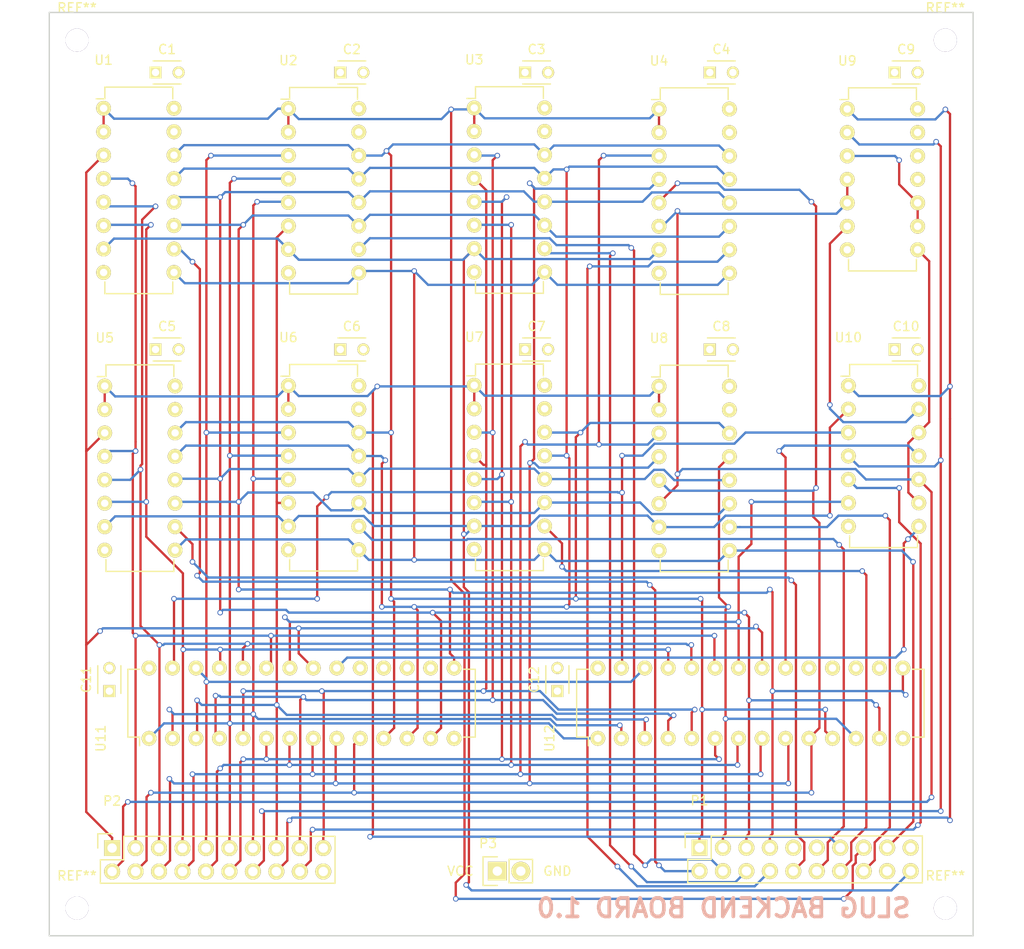
<source format=kicad_pcb>
(kicad_pcb (version 4) (host pcbnew "(2016-01-23 BZR 6508)-product")
  (layers (0 F.Cu signal) (1 In1.Cu power hide) (2 In2.Cu power hide) (31 B.Cu signal) (34 B.Paste user) (35 F.Paste user) (36 B.SilkS user) (37 F.SilkS user) (38 B.Mask user) (39 F.Mask user) (44 Edge.Cuts user))
  (net 0 "")
  (net 1 VCC)
  (net 2 GND)
  (net 3 /DATA0)
  (net 4 ~DSEL0)
  (net 5 /DATA1)
  (net 6 ~DSEL1)
  (net 7 /DATA2)
  (net 8 ~DSEL2)
  (net 9 /DATA3)
  (net 10 ~DSEL3)
  (net 11 "Net-(P1-Pad9)")
  (net 12 ~DSEL4)
  (net 13 "Net-(P1-Pad11)")
  (net 14 ~DSEL5)
  (net 15 ~OEC)
  (net 16 ~DSEL6)
  (net 17 ~OEB)
  (net 18 ~DSEL7)
  (net 19 ~LDBC)
  (net 20 "Net-(P1-Pad18)")
  (net 21 "Net-(P1-Pad19)")
  (net 22 WCLK)
  (net 23 /ADDR0)
  (net 24 /ADDR15)
  (net 25 /ADDR1)
  (net 26 /ADDR14)
  (net 27 /ADDR2)
  (net 28 /ADDR13)
  (net 29 /ADDR3)
  (net 30 /ADDR12)
  (net 31 /ADDR4)
  (net 32 /ADDR11)
  (net 33 /ADDR5)
  (net 34 /ADDR10)
  (net 35 /ADDR6)
  (net 36 ~RERAM)
  (net 37 /ADDR7)
  (net 38 ~WERAM)
  (net 39 /ADDR8)
  (net 40 FCLK)
  (net 41 /ADDR9)
  (net 42 "Net-(P2-Pad20)")
  (net 43 "Net-(U9-Pad10)")
  (net 44 "Net-(U10-Pad13)")
  (net 45 "Net-(U10-Pad12)")
  (net 46 "Net-(U10-Pad3)")
  (net 47 "Net-(U10-Pad6)")
  (net 48 "Net-(U10-Pad8)")
  (net 49 "Net-(U10-Pad11)")
  (net 50 "Net-(U11-Pad16)")
  (net 51 "Net-(U11-Pad17)")
  (net 52 "Net-(U11-Pad18)")
  (net 53 "Net-(U11-Pad19)")
  (net 54 "Net-(U12-Pad16)")
  (net 55 "Net-(U12-Pad17)")
  (net 56 "Net-(U12-Pad18)")
  (net 57 "Net-(U12-Pad19)")
  (module Capacitors_ThroughHole:C_Disc_D3_P2.5 (layer F.Cu) (at 76.5 56.5)
    (fp_text reference C1 (at 1.25 -2.5) (layer F.SilkS))
    (fp_text value C)
    (pad 1 thru_hole rect (at 0 0) (size 1.3 1.3) (drill 0.8) (layers *.Cu *.Mask F.SilkS) (net 2 GND))
    (pad 2 thru_hole circle (at 2.5 0) (size 1.3 1.3) (drill 0.8001) (layers *.Cu *.Mask F.SilkS) (net 1 VCC))
  )
  (module Capacitors_ThroughHole:C_Disc_D3_P2.5 (layer F.Cu) (at 96.5 56.5)
    (fp_text reference C2 (at 1.25 -2.5) (layer F.SilkS))
    (fp_text value C)
    (pad 1 thru_hole rect (at 0 0) (size 1.3 1.3) (drill 0.8) (layers *.Cu *.Mask F.SilkS) (net 2 GND))
    (pad 2 thru_hole circle (at 2.5 0) (size 1.3 1.3) (drill 0.8001) (layers *.Cu *.Mask F.SilkS) (net 1 VCC))
  )
  (module Capacitors_ThroughHole:C_Disc_D3_P2.5 (layer F.Cu) (at 116.5 56.5)
    (fp_text reference C3 (at 1.25 -2.5) (layer F.SilkS))
    (fp_text value C)
    (pad 1 thru_hole rect (at 0 0) (size 1.3 1.3) (drill 0.8) (layers *.Cu *.Mask F.SilkS) (net 2 GND))
    (pad 2 thru_hole circle (at 2.5 0) (size 1.3 1.3) (drill 0.8001) (layers *.Cu *.Mask F.SilkS) (net 1 VCC))
  )
  (module Capacitors_ThroughHole:C_Disc_D3_P2.5 (layer F.Cu) (at 136.5 56.5)
    (fp_text reference C4 (at 1.25 -2.5) (layer F.SilkS))
    (fp_text value C)
    (pad 1 thru_hole rect (at 0 0) (size 1.3 1.3) (drill 0.8) (layers *.Cu *.Mask F.SilkS) (net 2 GND))
    (pad 2 thru_hole circle (at 2.5 0) (size 1.3 1.3) (drill 0.8001) (layers *.Cu *.Mask F.SilkS) (net 1 VCC))
  )
  (module Capacitors_ThroughHole:C_Disc_D3_P2.5 (layer F.Cu) (at 76.5 86.5)
    (fp_text reference C5 (at 1.25 -2.5) (layer F.SilkS))
    (fp_text value C)
    (pad 1 thru_hole rect (at 0 0) (size 1.3 1.3) (drill 0.8) (layers *.Cu *.Mask F.SilkS) (net 2 GND))
    (pad 2 thru_hole circle (at 2.5 0) (size 1.3 1.3) (drill 0.8001) (layers *.Cu *.Mask F.SilkS) (net 1 VCC))
  )
  (module Capacitors_ThroughHole:C_Disc_D3_P2.5 (layer F.Cu) (at 96.5 86.5)
    (fp_text reference C6 (at 1.25 -2.5) (layer F.SilkS))
    (fp_text value C)
    (pad 1 thru_hole rect (at 0 0) (size 1.3 1.3) (drill 0.8) (layers *.Cu *.Mask F.SilkS) (net 2 GND))
    (pad 2 thru_hole circle (at 2.5 0) (size 1.3 1.3) (drill 0.8001) (layers *.Cu *.Mask F.SilkS) (net 1 VCC))
  )
  (module Capacitors_ThroughHole:C_Disc_D3_P2.5 (layer F.Cu) (at 116.5 86.5)
    (fp_text reference C7 (at 1.25 -2.5) (layer F.SilkS))
    (fp_text value C)
    (pad 1 thru_hole rect (at 0 0) (size 1.3 1.3) (drill 0.8) (layers *.Cu *.Mask F.SilkS) (net 2 GND))
    (pad 2 thru_hole circle (at 2.5 0) (size 1.3 1.3) (drill 0.8001) (layers *.Cu *.Mask F.SilkS) (net 1 VCC))
  )
  (module Capacitors_ThroughHole:C_Disc_D3_P2.5 (layer F.Cu) (at 136.5 86.5)
    (fp_text reference C8 (at 1.25 -2.5) (layer F.SilkS))
    (fp_text value C)
    (pad 1 thru_hole rect (at 0 0) (size 1.3 1.3) (drill 0.8) (layers *.Cu *.Mask F.SilkS) (net 2 GND))
    (pad 2 thru_hole circle (at 2.5 0) (size 1.3 1.3) (drill 0.8001) (layers *.Cu *.Mask F.SilkS) (net 1 VCC))
  )
  (module Capacitors_ThroughHole:C_Disc_D3_P2.5 (layer F.Cu) (at 156.5 56.5)
    (fp_text reference C9 (at 1.25 -2.5) (layer F.SilkS))
    (fp_text value C)
    (pad 1 thru_hole rect (at 0 0) (size 1.3 1.3) (drill 0.8) (layers *.Cu *.Mask F.SilkS) (net 2 GND))
    (pad 2 thru_hole circle (at 2.5 0) (size 1.3 1.3) (drill 0.8001) (layers *.Cu *.Mask F.SilkS) (net 1 VCC))
  )
  (module Capacitors_ThroughHole:C_Disc_D3_P2.5 (layer F.Cu) (at 156.5 86.5)
    (fp_text reference C10 (at 1.25 -2.5) (layer F.SilkS))
    (fp_text value C)
    (pad 1 thru_hole rect (at 0 0) (size 1.3 1.3) (drill 0.8) (layers *.Cu *.Mask F.SilkS) (net 2 GND))
    (pad 2 thru_hole circle (at 2.5 0) (size 1.3 1.3) (drill 0.8001) (layers *.Cu *.Mask F.SilkS) (net 1 VCC))
  )
  (module Capacitors_ThroughHole:C_Disc_D3_P2.5 (layer F.Cu) (at 71.5 123.5 90)
    (fp_text reference C11 (at 1.25 -2.5 90) (layer F.SilkS))
    (fp_text value C)
    (pad 1 thru_hole rect (at 0 0 90) (size 1.3 1.3) (drill 0.8) (layers *.Cu *.Mask F.SilkS) (net 2 GND))
    (pad 2 thru_hole circle (at 2.5 0 90) (size 1.3 1.3) (drill 0.8001) (layers *.Cu *.Mask F.SilkS) (net 1 VCC))
  )
  (module Capacitors_ThroughHole:C_Disc_D3_P2.5 (layer F.Cu) (at 120 123.5 90)
    (fp_text reference C12 (at 1.25 -2.5 90) (layer F.SilkS))
    (fp_text value C)
    (pad 1 thru_hole rect (at 0 0 90) (size 1.3 1.3) (drill 0.8) (layers *.Cu *.Mask F.SilkS) (net 2 GND))
    (pad 2 thru_hole circle (at 2.5 0 90) (size 1.3 1.3) (drill 0.8001) (layers *.Cu *.Mask F.SilkS) (net 1 VCC))
  )
  (module Socket_Strips:Socket_Strip_Straight_2x10 (layer F.Cu) (at 135.38 140.46)
    (fp_text reference P1 (at 0 -5.1) (layer F.SilkS))
    (fp_text value CONN_IO)
    (pad 1 thru_hole rect (at 0 0) (size 1.7272 1.7272) (drill 1.016) (layers *.Cu *.Mask F.SilkS) (net 3 /DATA0))
    (pad 2 thru_hole oval (at 0 2.54) (size 1.7272 1.7272) (drill 1.016) (layers *.Cu *.Mask F.SilkS) (net 4 ~DSEL0))
    (pad 3 thru_hole oval (at 2.54 0) (size 1.7272 1.7272) (drill 1.016) (layers *.Cu *.Mask F.SilkS) (net 5 /DATA1))
    (pad 4 thru_hole oval (at 2.54 2.54) (size 1.7272 1.7272) (drill 1.016) (layers *.Cu *.Mask F.SilkS) (net 6 ~DSEL1))
    (pad 5 thru_hole oval (at 5.08 0) (size 1.7272 1.7272) (drill 1.016) (layers *.Cu *.Mask F.SilkS) (net 7 /DATA2))
    (pad 6 thru_hole oval (at 5.08 2.54) (size 1.7272 1.7272) (drill 1.016) (layers *.Cu *.Mask F.SilkS) (net 8 ~DSEL2))
    (pad 7 thru_hole oval (at 7.62 0) (size 1.7272 1.7272) (drill 1.016) (layers *.Cu *.Mask F.SilkS) (net 9 /DATA3))
    (pad 8 thru_hole oval (at 7.62 2.54) (size 1.7272 1.7272) (drill 1.016) (layers *.Cu *.Mask F.SilkS) (net 10 ~DSEL3))
    (pad 9 thru_hole oval (at 10.16 0) (size 1.7272 1.7272) (drill 1.016) (layers *.Cu *.Mask F.SilkS) (net 11 "Net-(P1-Pad9)"))
    (pad 10 thru_hole oval (at 10.16 2.54) (size 1.7272 1.7272) (drill 1.016) (layers *.Cu *.Mask F.SilkS) (net 12 ~DSEL4))
    (pad 11 thru_hole oval (at 12.7 0) (size 1.7272 1.7272) (drill 1.016) (layers *.Cu *.Mask F.SilkS) (net 13 "Net-(P1-Pad11)"))
    (pad 12 thru_hole oval (at 12.7 2.54) (size 1.7272 1.7272) (drill 1.016) (layers *.Cu *.Mask F.SilkS) (net 14 ~DSEL5))
    (pad 13 thru_hole oval (at 15.24 0) (size 1.7272 1.7272) (drill 1.016) (layers *.Cu *.Mask F.SilkS) (net 15 ~OEC))
    (pad 14 thru_hole oval (at 15.24 2.54) (size 1.7272 1.7272) (drill 1.016) (layers *.Cu *.Mask F.SilkS) (net 16 ~DSEL6))
    (pad 15 thru_hole oval (at 17.78 0) (size 1.7272 1.7272) (drill 1.016) (layers *.Cu *.Mask F.SilkS) (net 17 ~OEB))
    (pad 16 thru_hole oval (at 17.78 2.54) (size 1.7272 1.7272) (drill 1.016) (layers *.Cu *.Mask F.SilkS) (net 18 ~DSEL7))
    (pad 17 thru_hole oval (at 20.32 0) (size 1.7272 1.7272) (drill 1.016) (layers *.Cu *.Mask F.SilkS) (net 19 ~LDBC))
    (pad 18 thru_hole oval (at 20.32 2.54) (size 1.7272 1.7272) (drill 1.016) (layers *.Cu *.Mask F.SilkS) (net 20 "Net-(P1-Pad18)"))
    (pad 19 thru_hole oval (at 22.86 0) (size 1.7272 1.7272) (drill 1.016) (layers *.Cu *.Mask F.SilkS) (net 21 "Net-(P1-Pad19)"))
    (pad 20 thru_hole oval (at 22.86 2.54) (size 1.7272 1.7272) (drill 1.016) (layers *.Cu *.Mask F.SilkS) (net 22 WCLK))
  )
  (module Socket_Strips:Socket_Strip_Straight_2x10 (layer F.Cu) (at 71.8 140.5)
    (fp_text reference P2 (at 0 -5.1) (layer F.SilkS))
    (fp_text value CONN_MEM)
    (pad 1 thru_hole rect (at 0 0) (size 1.7272 1.7272) (drill 1.016) (layers *.Cu *.Mask F.SilkS) (net 23 /ADDR0))
    (pad 2 thru_hole oval (at 0 2.54) (size 1.7272 1.7272) (drill 1.016) (layers *.Cu *.Mask F.SilkS) (net 24 /ADDR15))
    (pad 3 thru_hole oval (at 2.54 0) (size 1.7272 1.7272) (drill 1.016) (layers *.Cu *.Mask F.SilkS) (net 25 /ADDR1))
    (pad 4 thru_hole oval (at 2.54 2.54) (size 1.7272 1.7272) (drill 1.016) (layers *.Cu *.Mask F.SilkS) (net 26 /ADDR14))
    (pad 5 thru_hole oval (at 5.08 0) (size 1.7272 1.7272) (drill 1.016) (layers *.Cu *.Mask F.SilkS) (net 27 /ADDR2))
    (pad 6 thru_hole oval (at 5.08 2.54) (size 1.7272 1.7272) (drill 1.016) (layers *.Cu *.Mask F.SilkS) (net 28 /ADDR13))
    (pad 7 thru_hole oval (at 7.62 0) (size 1.7272 1.7272) (drill 1.016) (layers *.Cu *.Mask F.SilkS) (net 29 /ADDR3))
    (pad 8 thru_hole oval (at 7.62 2.54) (size 1.7272 1.7272) (drill 1.016) (layers *.Cu *.Mask F.SilkS) (net 30 /ADDR12))
    (pad 9 thru_hole oval (at 10.16 0) (size 1.7272 1.7272) (drill 1.016) (layers *.Cu *.Mask F.SilkS) (net 31 /ADDR4))
    (pad 10 thru_hole oval (at 10.16 2.54) (size 1.7272 1.7272) (drill 1.016) (layers *.Cu *.Mask F.SilkS) (net 32 /ADDR11))
    (pad 11 thru_hole oval (at 12.7 0) (size 1.7272 1.7272) (drill 1.016) (layers *.Cu *.Mask F.SilkS) (net 33 /ADDR5))
    (pad 12 thru_hole oval (at 12.7 2.54) (size 1.7272 1.7272) (drill 1.016) (layers *.Cu *.Mask F.SilkS) (net 34 /ADDR10))
    (pad 13 thru_hole oval (at 15.24 0) (size 1.7272 1.7272) (drill 1.016) (layers *.Cu *.Mask F.SilkS) (net 35 /ADDR6))
    (pad 14 thru_hole oval (at 15.24 2.54) (size 1.7272 1.7272) (drill 1.016) (layers *.Cu *.Mask F.SilkS) (net 36 ~RERAM))
    (pad 15 thru_hole oval (at 17.78 0) (size 1.7272 1.7272) (drill 1.016) (layers *.Cu *.Mask F.SilkS) (net 37 /ADDR7))
    (pad 16 thru_hole oval (at 17.78 2.54) (size 1.7272 1.7272) (drill 1.016) (layers *.Cu *.Mask F.SilkS) (net 38 ~WERAM))
    (pad 17 thru_hole oval (at 20.32 0) (size 1.7272 1.7272) (drill 1.016) (layers *.Cu *.Mask F.SilkS) (net 39 /ADDR8))
    (pad 18 thru_hole oval (at 20.32 2.54) (size 1.7272 1.7272) (drill 1.016) (layers *.Cu *.Mask F.SilkS) (net 40 FCLK))
    (pad 19 thru_hole oval (at 22.86 0) (size 1.7272 1.7272) (drill 1.016) (layers *.Cu *.Mask F.SilkS) (net 41 /ADDR9))
    (pad 20 thru_hole oval (at 22.86 2.54) (size 1.7272 1.7272) (drill 1.016) (layers *.Cu *.Mask F.SilkS) (net 42 "Net-(P2-Pad20)"))
  )
  (module Pin_Headers:Pin_Header_Straight_1x02 (layer F.Cu) (at 113.5 143 90)
    (fp_text reference P3 (at 3 -1 180) (layer F.SilkS))
    (fp_text value CONN_01X02)
    (pad 1 thru_hole rect (at 0 0 90) (size 2.032 2.032) (drill 1.016) (layers *.Cu *.Mask F.SilkS) (net 1 VCC))
    (pad 2 thru_hole oval (at 0 2.54 90) (size 2.032 2.032) (drill 1.016) (layers *.Cu *.Mask F.SilkS) (net 2 GND))
  )
  (module Housings_DIP:DIP-16_W7.62mm (layer F.Cu) (at 70.88 60.38)
    (fp_text reference U1 (at 0 -5.22) (layer F.SilkS))
    (fp_text value 74LS173)
    (pad 1 thru_hole oval (at 0 0) (size 1.6 1.6) (drill 0.8) (layers *.Cu *.Mask F.SilkS) (net 17 ~OEB))
    (pad 2 thru_hole oval (at 0 2.54) (size 1.6 1.6) (drill 0.8) (layers *.Cu *.Mask F.SilkS) (net 17 ~OEB))
    (pad 3 thru_hole oval (at 0 5.08) (size 1.6 1.6) (drill 0.8) (layers *.Cu *.Mask F.SilkS) (net 23 /ADDR0))
    (pad 4 thru_hole oval (at 0 7.62) (size 1.6 1.6) (drill 0.8) (layers *.Cu *.Mask F.SilkS) (net 25 /ADDR1))
    (pad 5 thru_hole oval (at 0 10.16) (size 1.6 1.6) (drill 0.8) (layers *.Cu *.Mask F.SilkS) (net 27 /ADDR2))
    (pad 6 thru_hole oval (at 0 12.7) (size 1.6 1.6) (drill 0.8) (layers *.Cu *.Mask F.SilkS) (net 29 /ADDR3))
    (pad 7 thru_hole oval (at 0 15.24) (size 1.6 1.6) (drill 0.8) (layers *.Cu *.Mask F.SilkS) (net 22 WCLK))
    (pad 8 thru_hole oval (at 0 17.78) (size 1.6 1.6) (drill 0.8) (layers *.Cu *.Mask F.SilkS) (net 2 GND))
    (pad 9 thru_hole oval (at 7.62 17.78) (size 1.6 1.6) (drill 0.8) (layers *.Cu *.Mask F.SilkS) (net 19 ~LDBC))
    (pad 10 thru_hole oval (at 7.62 15.24) (size 1.6 1.6) (drill 0.8) (layers *.Cu *.Mask F.SilkS) (net 4 ~DSEL0))
    (pad 11 thru_hole oval (at 7.62 12.7) (size 1.6 1.6) (drill 0.8) (layers *.Cu *.Mask F.SilkS) (net 9 /DATA3))
    (pad 12 thru_hole oval (at 7.62 10.16) (size 1.6 1.6) (drill 0.8) (layers *.Cu *.Mask F.SilkS) (net 7 /DATA2))
    (pad 13 thru_hole oval (at 7.62 7.62) (size 1.6 1.6) (drill 0.8) (layers *.Cu *.Mask F.SilkS) (net 5 /DATA1))
    (pad 14 thru_hole oval (at 7.62 5.08) (size 1.6 1.6) (drill 0.8) (layers *.Cu *.Mask F.SilkS) (net 3 /DATA0))
    (pad 15 thru_hole oval (at 7.62 2.54) (size 1.6 1.6) (drill 0.8) (layers *.Cu *.Mask F.SilkS) (net 2 GND))
    (pad 16 thru_hole oval (at 7.62 0) (size 1.6 1.6) (drill 0.8) (layers *.Cu *.Mask F.SilkS) (net 1 VCC))
  )
  (module Housings_DIP:DIP-16_W7.62mm (layer F.Cu) (at 90.88 60.42)
    (fp_text reference U2 (at 0 -5.22) (layer F.SilkS))
    (fp_text value 74LS173)
    (pad 1 thru_hole oval (at 0 0) (size 1.6 1.6) (drill 0.8) (layers *.Cu *.Mask F.SilkS) (net 17 ~OEB))
    (pad 2 thru_hole oval (at 0 2.54) (size 1.6 1.6) (drill 0.8) (layers *.Cu *.Mask F.SilkS) (net 17 ~OEB))
    (pad 3 thru_hole oval (at 0 5.08) (size 1.6 1.6) (drill 0.8) (layers *.Cu *.Mask F.SilkS) (net 31 /ADDR4))
    (pad 4 thru_hole oval (at 0 7.62) (size 1.6 1.6) (drill 0.8) (layers *.Cu *.Mask F.SilkS) (net 33 /ADDR5))
    (pad 5 thru_hole oval (at 0 10.16) (size 1.6 1.6) (drill 0.8) (layers *.Cu *.Mask F.SilkS) (net 35 /ADDR6))
    (pad 6 thru_hole oval (at 0 12.7) (size 1.6 1.6) (drill 0.8) (layers *.Cu *.Mask F.SilkS) (net 37 /ADDR7))
    (pad 7 thru_hole oval (at 0 15.24) (size 1.6 1.6) (drill 0.8) (layers *.Cu *.Mask F.SilkS) (net 22 WCLK))
    (pad 8 thru_hole oval (at 0 17.78) (size 1.6 1.6) (drill 0.8) (layers *.Cu *.Mask F.SilkS) (net 2 GND))
    (pad 9 thru_hole oval (at 7.62 17.78) (size 1.6 1.6) (drill 0.8) (layers *.Cu *.Mask F.SilkS) (net 19 ~LDBC))
    (pad 10 thru_hole oval (at 7.62 15.24) (size 1.6 1.6) (drill 0.8) (layers *.Cu *.Mask F.SilkS) (net 6 ~DSEL1))
    (pad 11 thru_hole oval (at 7.62 12.7) (size 1.6 1.6) (drill 0.8) (layers *.Cu *.Mask F.SilkS) (net 9 /DATA3))
    (pad 12 thru_hole oval (at 7.62 10.16) (size 1.6 1.6) (drill 0.8) (layers *.Cu *.Mask F.SilkS) (net 7 /DATA2))
    (pad 13 thru_hole oval (at 7.62 7.62) (size 1.6 1.6) (drill 0.8) (layers *.Cu *.Mask F.SilkS) (net 5 /DATA1))
    (pad 14 thru_hole oval (at 7.62 5.08) (size 1.6 1.6) (drill 0.8) (layers *.Cu *.Mask F.SilkS) (net 3 /DATA0))
    (pad 15 thru_hole oval (at 7.62 2.54) (size 1.6 1.6) (drill 0.8) (layers *.Cu *.Mask F.SilkS) (net 2 GND))
    (pad 16 thru_hole oval (at 7.62 0) (size 1.6 1.6) (drill 0.8) (layers *.Cu *.Mask F.SilkS) (net 1 VCC))
  )
  (module Housings_DIP:DIP-16_W7.62mm (layer F.Cu) (at 111 60.34)
    (fp_text reference U3 (at 0 -5.22) (layer F.SilkS))
    (fp_text value 74LS173)
    (pad 1 thru_hole oval (at 0 0) (size 1.6 1.6) (drill 0.8) (layers *.Cu *.Mask F.SilkS) (net 17 ~OEB))
    (pad 2 thru_hole oval (at 0 2.54) (size 1.6 1.6) (drill 0.8) (layers *.Cu *.Mask F.SilkS) (net 17 ~OEB))
    (pad 3 thru_hole oval (at 0 5.08) (size 1.6 1.6) (drill 0.8) (layers *.Cu *.Mask F.SilkS) (net 39 /ADDR8))
    (pad 4 thru_hole oval (at 0 7.62) (size 1.6 1.6) (drill 0.8) (layers *.Cu *.Mask F.SilkS) (net 41 /ADDR9))
    (pad 5 thru_hole oval (at 0 10.16) (size 1.6 1.6) (drill 0.8) (layers *.Cu *.Mask F.SilkS) (net 34 /ADDR10))
    (pad 6 thru_hole oval (at 0 12.7) (size 1.6 1.6) (drill 0.8) (layers *.Cu *.Mask F.SilkS) (net 32 /ADDR11))
    (pad 7 thru_hole oval (at 0 15.24) (size 1.6 1.6) (drill 0.8) (layers *.Cu *.Mask F.SilkS) (net 22 WCLK))
    (pad 8 thru_hole oval (at 0 17.78) (size 1.6 1.6) (drill 0.8) (layers *.Cu *.Mask F.SilkS) (net 2 GND))
    (pad 9 thru_hole oval (at 7.62 17.78) (size 1.6 1.6) (drill 0.8) (layers *.Cu *.Mask F.SilkS) (net 19 ~LDBC))
    (pad 10 thru_hole oval (at 7.62 15.24) (size 1.6 1.6) (drill 0.8) (layers *.Cu *.Mask F.SilkS) (net 8 ~DSEL2))
    (pad 11 thru_hole oval (at 7.62 12.7) (size 1.6 1.6) (drill 0.8) (layers *.Cu *.Mask F.SilkS) (net 9 /DATA3))
    (pad 12 thru_hole oval (at 7.62 10.16) (size 1.6 1.6) (drill 0.8) (layers *.Cu *.Mask F.SilkS) (net 7 /DATA2))
    (pad 13 thru_hole oval (at 7.62 7.62) (size 1.6 1.6) (drill 0.8) (layers *.Cu *.Mask F.SilkS) (net 5 /DATA1))
    (pad 14 thru_hole oval (at 7.62 5.08) (size 1.6 1.6) (drill 0.8) (layers *.Cu *.Mask F.SilkS) (net 3 /DATA0))
    (pad 15 thru_hole oval (at 7.62 2.54) (size 1.6 1.6) (drill 0.8) (layers *.Cu *.Mask F.SilkS) (net 2 GND))
    (pad 16 thru_hole oval (at 7.62 0) (size 1.6 1.6) (drill 0.8) (layers *.Cu *.Mask F.SilkS) (net 1 VCC))
  )
  (module Housings_DIP:DIP-16_W7.62mm (layer F.Cu) (at 131 60.46)
    (fp_text reference U4 (at 0 -5.22) (layer F.SilkS))
    (fp_text value 74LS173)
    (pad 1 thru_hole oval (at 0 0) (size 1.6 1.6) (drill 0.8) (layers *.Cu *.Mask F.SilkS) (net 17 ~OEB))
    (pad 2 thru_hole oval (at 0 2.54) (size 1.6 1.6) (drill 0.8) (layers *.Cu *.Mask F.SilkS) (net 17 ~OEB))
    (pad 3 thru_hole oval (at 0 5.08) (size 1.6 1.6) (drill 0.8) (layers *.Cu *.Mask F.SilkS) (net 30 /ADDR12))
    (pad 4 thru_hole oval (at 0 7.62) (size 1.6 1.6) (drill 0.8) (layers *.Cu *.Mask F.SilkS) (net 28 /ADDR13))
    (pad 5 thru_hole oval (at 0 10.16) (size 1.6 1.6) (drill 0.8) (layers *.Cu *.Mask F.SilkS) (net 26 /ADDR14))
    (pad 6 thru_hole oval (at 0 12.7) (size 1.6 1.6) (drill 0.8) (layers *.Cu *.Mask F.SilkS) (net 24 /ADDR15))
    (pad 7 thru_hole oval (at 0 15.24) (size 1.6 1.6) (drill 0.8) (layers *.Cu *.Mask F.SilkS) (net 22 WCLK))
    (pad 8 thru_hole oval (at 0 17.78) (size 1.6 1.6) (drill 0.8) (layers *.Cu *.Mask F.SilkS) (net 2 GND))
    (pad 9 thru_hole oval (at 7.62 17.78) (size 1.6 1.6) (drill 0.8) (layers *.Cu *.Mask F.SilkS) (net 19 ~LDBC))
    (pad 10 thru_hole oval (at 7.62 15.24) (size 1.6 1.6) (drill 0.8) (layers *.Cu *.Mask F.SilkS) (net 10 ~DSEL3))
    (pad 11 thru_hole oval (at 7.62 12.7) (size 1.6 1.6) (drill 0.8) (layers *.Cu *.Mask F.SilkS) (net 9 /DATA3))
    (pad 12 thru_hole oval (at 7.62 10.16) (size 1.6 1.6) (drill 0.8) (layers *.Cu *.Mask F.SilkS) (net 7 /DATA2))
    (pad 13 thru_hole oval (at 7.62 7.62) (size 1.6 1.6) (drill 0.8) (layers *.Cu *.Mask F.SilkS) (net 5 /DATA1))
    (pad 14 thru_hole oval (at 7.62 5.08) (size 1.6 1.6) (drill 0.8) (layers *.Cu *.Mask F.SilkS) (net 3 /DATA0))
    (pad 15 thru_hole oval (at 7.62 2.54) (size 1.6 1.6) (drill 0.8) (layers *.Cu *.Mask F.SilkS) (net 2 GND))
    (pad 16 thru_hole oval (at 7.62 0) (size 1.6 1.6) (drill 0.8) (layers *.Cu *.Mask F.SilkS) (net 1 VCC))
  )
  (module Housings_DIP:DIP-16_W7.62mm (layer F.Cu) (at 71 90.46)
    (fp_text reference U5 (at 0 -5.22) (layer F.SilkS))
    (fp_text value 74LS173)
    (pad 1 thru_hole oval (at 0 0) (size 1.6 1.6) (drill 0.8) (layers *.Cu *.Mask F.SilkS) (net 15 ~OEC))
    (pad 2 thru_hole oval (at 0 2.54) (size 1.6 1.6) (drill 0.8) (layers *.Cu *.Mask F.SilkS) (net 15 ~OEC))
    (pad 3 thru_hole oval (at 0 5.08) (size 1.6 1.6) (drill 0.8) (layers *.Cu *.Mask F.SilkS) (net 23 /ADDR0))
    (pad 4 thru_hole oval (at 0 7.62) (size 1.6 1.6) (drill 0.8) (layers *.Cu *.Mask F.SilkS) (net 25 /ADDR1))
    (pad 5 thru_hole oval (at 0 10.16) (size 1.6 1.6) (drill 0.8) (layers *.Cu *.Mask F.SilkS) (net 27 /ADDR2))
    (pad 6 thru_hole oval (at 0 12.7) (size 1.6 1.6) (drill 0.8) (layers *.Cu *.Mask F.SilkS) (net 29 /ADDR3))
    (pad 7 thru_hole oval (at 0 15.24) (size 1.6 1.6) (drill 0.8) (layers *.Cu *.Mask F.SilkS) (net 22 WCLK))
    (pad 8 thru_hole oval (at 0 17.78) (size 1.6 1.6) (drill 0.8) (layers *.Cu *.Mask F.SilkS) (net 2 GND))
    (pad 9 thru_hole oval (at 7.62 17.78) (size 1.6 1.6) (drill 0.8) (layers *.Cu *.Mask F.SilkS) (net 19 ~LDBC))
    (pad 10 thru_hole oval (at 7.62 15.24) (size 1.6 1.6) (drill 0.8) (layers *.Cu *.Mask F.SilkS) (net 12 ~DSEL4))
    (pad 11 thru_hole oval (at 7.62 12.7) (size 1.6 1.6) (drill 0.8) (layers *.Cu *.Mask F.SilkS) (net 9 /DATA3))
    (pad 12 thru_hole oval (at 7.62 10.16) (size 1.6 1.6) (drill 0.8) (layers *.Cu *.Mask F.SilkS) (net 7 /DATA2))
    (pad 13 thru_hole oval (at 7.62 7.62) (size 1.6 1.6) (drill 0.8) (layers *.Cu *.Mask F.SilkS) (net 5 /DATA1))
    (pad 14 thru_hole oval (at 7.62 5.08) (size 1.6 1.6) (drill 0.8) (layers *.Cu *.Mask F.SilkS) (net 3 /DATA0))
    (pad 15 thru_hole oval (at 7.62 2.54) (size 1.6 1.6) (drill 0.8) (layers *.Cu *.Mask F.SilkS) (net 2 GND))
    (pad 16 thru_hole oval (at 7.62 0) (size 1.6 1.6) (drill 0.8) (layers *.Cu *.Mask F.SilkS) (net 1 VCC))
  )
  (module Housings_DIP:DIP-16_W7.62mm (layer F.Cu) (at 90.88 90.42)
    (fp_text reference U6 (at 0 -5.22) (layer F.SilkS))
    (fp_text value 74LS173)
    (pad 1 thru_hole oval (at 0 0) (size 1.6 1.6) (drill 0.8) (layers *.Cu *.Mask F.SilkS) (net 15 ~OEC))
    (pad 2 thru_hole oval (at 0 2.54) (size 1.6 1.6) (drill 0.8) (layers *.Cu *.Mask F.SilkS) (net 15 ~OEC))
    (pad 3 thru_hole oval (at 0 5.08) (size 1.6 1.6) (drill 0.8) (layers *.Cu *.Mask F.SilkS) (net 31 /ADDR4))
    (pad 4 thru_hole oval (at 0 7.62) (size 1.6 1.6) (drill 0.8) (layers *.Cu *.Mask F.SilkS) (net 33 /ADDR5))
    (pad 5 thru_hole oval (at 0 10.16) (size 1.6 1.6) (drill 0.8) (layers *.Cu *.Mask F.SilkS) (net 35 /ADDR6))
    (pad 6 thru_hole oval (at 0 12.7) (size 1.6 1.6) (drill 0.8) (layers *.Cu *.Mask F.SilkS) (net 37 /ADDR7))
    (pad 7 thru_hole oval (at 0 15.24) (size 1.6 1.6) (drill 0.8) (layers *.Cu *.Mask F.SilkS) (net 22 WCLK))
    (pad 8 thru_hole oval (at 0 17.78) (size 1.6 1.6) (drill 0.8) (layers *.Cu *.Mask F.SilkS) (net 2 GND))
    (pad 9 thru_hole oval (at 7.62 17.78) (size 1.6 1.6) (drill 0.8) (layers *.Cu *.Mask F.SilkS) (net 19 ~LDBC))
    (pad 10 thru_hole oval (at 7.62 15.24) (size 1.6 1.6) (drill 0.8) (layers *.Cu *.Mask F.SilkS) (net 14 ~DSEL5))
    (pad 11 thru_hole oval (at 7.62 12.7) (size 1.6 1.6) (drill 0.8) (layers *.Cu *.Mask F.SilkS) (net 9 /DATA3))
    (pad 12 thru_hole oval (at 7.62 10.16) (size 1.6 1.6) (drill 0.8) (layers *.Cu *.Mask F.SilkS) (net 7 /DATA2))
    (pad 13 thru_hole oval (at 7.62 7.62) (size 1.6 1.6) (drill 0.8) (layers *.Cu *.Mask F.SilkS) (net 5 /DATA1))
    (pad 14 thru_hole oval (at 7.62 5.08) (size 1.6 1.6) (drill 0.8) (layers *.Cu *.Mask F.SilkS) (net 3 /DATA0))
    (pad 15 thru_hole oval (at 7.62 2.54) (size 1.6 1.6) (drill 0.8) (layers *.Cu *.Mask F.SilkS) (net 2 GND))
    (pad 16 thru_hole oval (at 7.62 0) (size 1.6 1.6) (drill 0.8) (layers *.Cu *.Mask F.SilkS) (net 1 VCC))
  )
  (module Housings_DIP:DIP-16_W7.62mm (layer F.Cu) (at 111 90.38)
    (fp_text reference U7 (at 0 -5.22) (layer F.SilkS))
    (fp_text value 74LS173)
    (pad 1 thru_hole oval (at 0 0) (size 1.6 1.6) (drill 0.8) (layers *.Cu *.Mask F.SilkS) (net 15 ~OEC))
    (pad 2 thru_hole oval (at 0 2.54) (size 1.6 1.6) (drill 0.8) (layers *.Cu *.Mask F.SilkS) (net 15 ~OEC))
    (pad 3 thru_hole oval (at 0 5.08) (size 1.6 1.6) (drill 0.8) (layers *.Cu *.Mask F.SilkS) (net 39 /ADDR8))
    (pad 4 thru_hole oval (at 0 7.62) (size 1.6 1.6) (drill 0.8) (layers *.Cu *.Mask F.SilkS) (net 41 /ADDR9))
    (pad 5 thru_hole oval (at 0 10.16) (size 1.6 1.6) (drill 0.8) (layers *.Cu *.Mask F.SilkS) (net 34 /ADDR10))
    (pad 6 thru_hole oval (at 0 12.7) (size 1.6 1.6) (drill 0.8) (layers *.Cu *.Mask F.SilkS) (net 32 /ADDR11))
    (pad 7 thru_hole oval (at 0 15.24) (size 1.6 1.6) (drill 0.8) (layers *.Cu *.Mask F.SilkS) (net 22 WCLK))
    (pad 8 thru_hole oval (at 0 17.78) (size 1.6 1.6) (drill 0.8) (layers *.Cu *.Mask F.SilkS) (net 2 GND))
    (pad 9 thru_hole oval (at 7.62 17.78) (size 1.6 1.6) (drill 0.8) (layers *.Cu *.Mask F.SilkS) (net 19 ~LDBC))
    (pad 10 thru_hole oval (at 7.62 15.24) (size 1.6 1.6) (drill 0.8) (layers *.Cu *.Mask F.SilkS) (net 16 ~DSEL6))
    (pad 11 thru_hole oval (at 7.62 12.7) (size 1.6 1.6) (drill 0.8) (layers *.Cu *.Mask F.SilkS) (net 9 /DATA3))
    (pad 12 thru_hole oval (at 7.62 10.16) (size 1.6 1.6) (drill 0.8) (layers *.Cu *.Mask F.SilkS) (net 7 /DATA2))
    (pad 13 thru_hole oval (at 7.62 7.62) (size 1.6 1.6) (drill 0.8) (layers *.Cu *.Mask F.SilkS) (net 5 /DATA1))
    (pad 14 thru_hole oval (at 7.62 5.08) (size 1.6 1.6) (drill 0.8) (layers *.Cu *.Mask F.SilkS) (net 3 /DATA0))
    (pad 15 thru_hole oval (at 7.62 2.54) (size 1.6 1.6) (drill 0.8) (layers *.Cu *.Mask F.SilkS) (net 2 GND))
    (pad 16 thru_hole oval (at 7.62 0) (size 1.6 1.6) (drill 0.8) (layers *.Cu *.Mask F.SilkS) (net 1 VCC))
  )
  (module Housings_DIP:DIP-16_W7.62mm (layer F.Cu) (at 131 90.5)
    (fp_text reference U8 (at 0 -5.22) (layer F.SilkS))
    (fp_text value 74LS173)
    (pad 1 thru_hole oval (at 0 0) (size 1.6 1.6) (drill 0.8) (layers *.Cu *.Mask F.SilkS) (net 15 ~OEC))
    (pad 2 thru_hole oval (at 0 2.54) (size 1.6 1.6) (drill 0.8) (layers *.Cu *.Mask F.SilkS) (net 15 ~OEC))
    (pad 3 thru_hole oval (at 0 5.08) (size 1.6 1.6) (drill 0.8) (layers *.Cu *.Mask F.SilkS) (net 30 /ADDR12))
    (pad 4 thru_hole oval (at 0 7.62) (size 1.6 1.6) (drill 0.8) (layers *.Cu *.Mask F.SilkS) (net 28 /ADDR13))
    (pad 5 thru_hole oval (at 0 10.16) (size 1.6 1.6) (drill 0.8) (layers *.Cu *.Mask F.SilkS) (net 26 /ADDR14))
    (pad 6 thru_hole oval (at 0 12.7) (size 1.6 1.6) (drill 0.8) (layers *.Cu *.Mask F.SilkS) (net 24 /ADDR15))
    (pad 7 thru_hole oval (at 0 15.24) (size 1.6 1.6) (drill 0.8) (layers *.Cu *.Mask F.SilkS) (net 22 WCLK))
    (pad 8 thru_hole oval (at 0 17.78) (size 1.6 1.6) (drill 0.8) (layers *.Cu *.Mask F.SilkS) (net 2 GND))
    (pad 9 thru_hole oval (at 7.62 17.78) (size 1.6 1.6) (drill 0.8) (layers *.Cu *.Mask F.SilkS) (net 19 ~LDBC))
    (pad 10 thru_hole oval (at 7.62 15.24) (size 1.6 1.6) (drill 0.8) (layers *.Cu *.Mask F.SilkS) (net 18 ~DSEL7))
    (pad 11 thru_hole oval (at 7.62 12.7) (size 1.6 1.6) (drill 0.8) (layers *.Cu *.Mask F.SilkS) (net 9 /DATA3))
    (pad 12 thru_hole oval (at 7.62 10.16) (size 1.6 1.6) (drill 0.8) (layers *.Cu *.Mask F.SilkS) (net 7 /DATA2))
    (pad 13 thru_hole oval (at 7.62 7.62) (size 1.6 1.6) (drill 0.8) (layers *.Cu *.Mask F.SilkS) (net 5 /DATA1))
    (pad 14 thru_hole oval (at 7.62 5.08) (size 1.6 1.6) (drill 0.8) (layers *.Cu *.Mask F.SilkS) (net 3 /DATA0))
    (pad 15 thru_hole oval (at 7.62 2.54) (size 1.6 1.6) (drill 0.8) (layers *.Cu *.Mask F.SilkS) (net 2 GND))
    (pad 16 thru_hole oval (at 7.62 0) (size 1.6 1.6) (drill 0.8) (layers *.Cu *.Mask F.SilkS) (net 1 VCC))
  )
  (module Housings_DIP:DIP-14_W7.62mm (layer F.Cu) (at 151.38 60.46)
    (fp_text reference U9 (at 0 -5.22) (layer F.SilkS))
    (fp_text value 74LS00)
    (pad 1 thru_hole oval (at 0 0) (size 1.6 1.6) (drill 0.8) (layers *.Cu *.Mask F.SilkS) (net 38 ~WERAM))
    (pad 2 thru_hole oval (at 0 2.54) (size 1.6 1.6) (drill 0.8) (layers *.Cu *.Mask F.SilkS) (net 36 ~RERAM))
    (pad 3 thru_hole oval (at 0 5.08) (size 1.6 1.6) (drill 0.8) (layers *.Cu *.Mask F.SilkS) (net 43 "Net-(U9-Pad10)"))
    (pad 4 thru_hole oval (at 0 7.62) (size 1.6 1.6) (drill 0.8) (layers *.Cu *.Mask F.SilkS) (net 24 /ADDR15))
    (pad 5 thru_hole oval (at 0 10.16) (size 1.6 1.6) (drill 0.8) (layers *.Cu *.Mask F.SilkS) (net 24 /ADDR15))
    (pad 6 thru_hole oval (at 0 12.7) (size 1.6 1.6) (drill 0.8) (layers *.Cu *.Mask F.SilkS) (net 44 "Net-(U10-Pad13)"))
    (pad 7 thru_hole oval (at 0 15.24) (size 1.6 1.6) (drill 0.8) (layers *.Cu *.Mask F.SilkS) (net 2 GND))
    (pad 8 thru_hole oval (at 7.62 15.24) (size 1.6 1.6) (drill 0.8) (layers *.Cu *.Mask F.SilkS) (net 45 "Net-(U10-Pad12)"))
    (pad 9 thru_hole oval (at 7.62 12.7) (size 1.6 1.6) (drill 0.8) (layers *.Cu *.Mask F.SilkS) (net 43 "Net-(U9-Pad10)"))
    (pad 10 thru_hole oval (at 7.62 10.16) (size 1.6 1.6) (drill 0.8) (layers *.Cu *.Mask F.SilkS) (net 43 "Net-(U9-Pad10)"))
    (pad 11 thru_hole oval (at 7.62 7.62) (size 1.6 1.6) (drill 0.8) (layers *.Cu *.Mask F.SilkS))
    (pad 12 thru_hole oval (at 7.62 5.08) (size 1.6 1.6) (drill 0.8) (layers *.Cu *.Mask F.SilkS))
    (pad 13 thru_hole oval (at 7.62 2.54) (size 1.6 1.6) (drill 0.8) (layers *.Cu *.Mask F.SilkS))
    (pad 14 thru_hole oval (at 7.62 0) (size 1.6 1.6) (drill 0.8) (layers *.Cu *.Mask F.SilkS) (net 1 VCC))
  )
  (module Housings_DIP:DIP-14_W7.62mm (layer F.Cu) (at 151.5 90.42)
    (fp_text reference U10 (at 0 -5.22) (layer F.SilkS))
    (fp_text value 74LS32)
    (pad 1 thru_hole oval (at 0 0) (size 1.6 1.6) (drill 0.8) (layers *.Cu *.Mask F.SilkS) (net 38 ~WERAM))
    (pad 2 thru_hole oval (at 0 2.54) (size 1.6 1.6) (drill 0.8) (layers *.Cu *.Mask F.SilkS) (net 22 WCLK))
    (pad 3 thru_hole oval (at 0 5.08) (size 1.6 1.6) (drill 0.8) (layers *.Cu *.Mask F.SilkS) (net 46 "Net-(U10-Pad3)"))
    (pad 4 thru_hole oval (at 0 7.62) (size 1.6 1.6) (drill 0.8) (layers *.Cu *.Mask F.SilkS) (net 36 ~RERAM))
    (pad 5 thru_hole oval (at 0 10.16) (size 1.6 1.6) (drill 0.8) (layers *.Cu *.Mask F.SilkS) (net 40 FCLK))
    (pad 6 thru_hole oval (at 0 12.7) (size 1.6 1.6) (drill 0.8) (layers *.Cu *.Mask F.SilkS) (net 47 "Net-(U10-Pad6)"))
    (pad 7 thru_hole oval (at 0 15.24) (size 1.6 1.6) (drill 0.8) (layers *.Cu *.Mask F.SilkS) (net 2 GND))
    (pad 8 thru_hole oval (at 7.62 15.24) (size 1.6 1.6) (drill 0.8) (layers *.Cu *.Mask F.SilkS) (net 48 "Net-(U10-Pad8)"))
    (pad 9 thru_hole oval (at 7.62 12.7) (size 1.6 1.6) (drill 0.8) (layers *.Cu *.Mask F.SilkS) (net 45 "Net-(U10-Pad12)"))
    (pad 10 thru_hole oval (at 7.62 10.16) (size 1.6 1.6) (drill 0.8) (layers *.Cu *.Mask F.SilkS) (net 24 /ADDR15))
    (pad 11 thru_hole oval (at 7.62 7.62) (size 1.6 1.6) (drill 0.8) (layers *.Cu *.Mask F.SilkS) (net 49 "Net-(U10-Pad11)"))
    (pad 12 thru_hole oval (at 7.62 5.08) (size 1.6 1.6) (drill 0.8) (layers *.Cu *.Mask F.SilkS) (net 45 "Net-(U10-Pad12)"))
    (pad 13 thru_hole oval (at 7.62 2.54) (size 1.6 1.6) (drill 0.8) (layers *.Cu *.Mask F.SilkS) (net 44 "Net-(U10-Pad13)"))
    (pad 14 thru_hole oval (at 7.62 0) (size 1.6 1.6) (drill 0.8) (layers *.Cu *.Mask F.SilkS) (net 1 VCC))
  )
  (module Housings_DIP:DIP-28_W7.62mm (layer F.Cu) (at 75.8 128.62 90)
    (fp_text reference U11 (at 0 -5.22 90) (layer F.SilkS))
    (fp_text value CY7C199)
    (pad 1 thru_hole oval (at 0 0 90) (size 1.6 1.6) (drill 0.8) (layers *.Cu *.Mask F.SilkS) (net 33 /ADDR5))
    (pad 2 thru_hole oval (at 0 2.54 90) (size 1.6 1.6) (drill 0.8) (layers *.Cu *.Mask F.SilkS) (net 35 /ADDR6))
    (pad 3 thru_hole oval (at 0 5.08 90) (size 1.6 1.6) (drill 0.8) (layers *.Cu *.Mask F.SilkS) (net 37 /ADDR7))
    (pad 4 thru_hole oval (at 0 7.62 90) (size 1.6 1.6) (drill 0.8) (layers *.Cu *.Mask F.SilkS) (net 39 /ADDR8))
    (pad 5 thru_hole oval (at 0 10.16 90) (size 1.6 1.6) (drill 0.8) (layers *.Cu *.Mask F.SilkS) (net 41 /ADDR9))
    (pad 6 thru_hole oval (at 0 12.7 90) (size 1.6 1.6) (drill 0.8) (layers *.Cu *.Mask F.SilkS) (net 34 /ADDR10))
    (pad 7 thru_hole oval (at 0 15.24 90) (size 1.6 1.6) (drill 0.8) (layers *.Cu *.Mask F.SilkS) (net 32 /ADDR11))
    (pad 8 thru_hole oval (at 0 17.78 90) (size 1.6 1.6) (drill 0.8) (layers *.Cu *.Mask F.SilkS) (net 30 /ADDR12))
    (pad 9 thru_hole oval (at 0 20.32 90) (size 1.6 1.6) (drill 0.8) (layers *.Cu *.Mask F.SilkS) (net 28 /ADDR13))
    (pad 10 thru_hole oval (at 0 22.86 90) (size 1.6 1.6) (drill 0.8) (layers *.Cu *.Mask F.SilkS) (net 26 /ADDR14))
    (pad 11 thru_hole oval (at 0 25.4 90) (size 1.6 1.6) (drill 0.8) (layers *.Cu *.Mask F.SilkS) (net 3 /DATA0))
    (pad 12 thru_hole oval (at 0 27.94 90) (size 1.6 1.6) (drill 0.8) (layers *.Cu *.Mask F.SilkS) (net 5 /DATA1))
    (pad 13 thru_hole oval (at 0 30.48 90) (size 1.6 1.6) (drill 0.8) (layers *.Cu *.Mask F.SilkS) (net 7 /DATA2))
    (pad 14 thru_hole oval (at 0 33.02 90) (size 1.6 1.6) (drill 0.8) (layers *.Cu *.Mask F.SilkS) (net 2 GND))
    (pad 15 thru_hole oval (at 7.62 33.02 90) (size 1.6 1.6) (drill 0.8) (layers *.Cu *.Mask F.SilkS) (net 9 /DATA3))
    (pad 16 thru_hole oval (at 7.62 30.48 90) (size 1.6 1.6) (drill 0.8) (layers *.Cu *.Mask F.SilkS) (net 50 "Net-(U11-Pad16)"))
    (pad 17 thru_hole oval (at 7.62 27.94 90) (size 1.6 1.6) (drill 0.8) (layers *.Cu *.Mask F.SilkS) (net 51 "Net-(U11-Pad17)"))
    (pad 18 thru_hole oval (at 7.62 25.4 90) (size 1.6 1.6) (drill 0.8) (layers *.Cu *.Mask F.SilkS) (net 52 "Net-(U11-Pad18)"))
    (pad 19 thru_hole oval (at 7.62 22.86 90) (size 1.6 1.6) (drill 0.8) (layers *.Cu *.Mask F.SilkS) (net 53 "Net-(U11-Pad19)"))
    (pad 20 thru_hole oval (at 7.62 20.32 90) (size 1.6 1.6) (drill 0.8) (layers *.Cu *.Mask F.SilkS) (net 48 "Net-(U10-Pad8)"))
    (pad 21 thru_hole oval (at 7.62 17.78 90) (size 1.6 1.6) (drill 0.8) (layers *.Cu *.Mask F.SilkS) (net 23 /ADDR0))
    (pad 22 thru_hole oval (at 7.62 15.24 90) (size 1.6 1.6) (drill 0.8) (layers *.Cu *.Mask F.SilkS) (net 47 "Net-(U10-Pad6)"))
    (pad 23 thru_hole oval (at 7.62 12.7 90) (size 1.6 1.6) (drill 0.8) (layers *.Cu *.Mask F.SilkS) (net 25 /ADDR1))
    (pad 24 thru_hole oval (at 7.62 10.16 90) (size 1.6 1.6) (drill 0.8) (layers *.Cu *.Mask F.SilkS) (net 27 /ADDR2))
    (pad 25 thru_hole oval (at 7.62 7.62 90) (size 1.6 1.6) (drill 0.8) (layers *.Cu *.Mask F.SilkS) (net 29 /ADDR3))
    (pad 26 thru_hole oval (at 7.62 5.08 90) (size 1.6 1.6) (drill 0.8) (layers *.Cu *.Mask F.SilkS) (net 31 /ADDR4))
    (pad 27 thru_hole oval (at 7.62 2.54 90) (size 1.6 1.6) (drill 0.8) (layers *.Cu *.Mask F.SilkS) (net 46 "Net-(U10-Pad3)"))
    (pad 28 thru_hole oval (at 7.62 0 90) (size 1.6 1.6) (drill 0.8) (layers *.Cu *.Mask F.SilkS) (net 1 VCC))
  )
  (module Housings_DIP:DIP-28_W7.62mm (layer F.Cu) (at 124.38 128.62 90)
    (fp_text reference U12 (at 0 -5.22 90) (layer F.SilkS))
    (fp_text value CY7C199)
    (pad 1 thru_hole oval (at 0 0 90) (size 1.6 1.6) (drill 0.8) (layers *.Cu *.Mask F.SilkS) (net 33 /ADDR5))
    (pad 2 thru_hole oval (at 0 2.54 90) (size 1.6 1.6) (drill 0.8) (layers *.Cu *.Mask F.SilkS) (net 35 /ADDR6))
    (pad 3 thru_hole oval (at 0 5.08 90) (size 1.6 1.6) (drill 0.8) (layers *.Cu *.Mask F.SilkS) (net 37 /ADDR7))
    (pad 4 thru_hole oval (at 0 7.62 90) (size 1.6 1.6) (drill 0.8) (layers *.Cu *.Mask F.SilkS) (net 39 /ADDR8))
    (pad 5 thru_hole oval (at 0 10.16 90) (size 1.6 1.6) (drill 0.8) (layers *.Cu *.Mask F.SilkS) (net 41 /ADDR9))
    (pad 6 thru_hole oval (at 0 12.7 90) (size 1.6 1.6) (drill 0.8) (layers *.Cu *.Mask F.SilkS) (net 34 /ADDR10))
    (pad 7 thru_hole oval (at 0 15.24 90) (size 1.6 1.6) (drill 0.8) (layers *.Cu *.Mask F.SilkS) (net 32 /ADDR11))
    (pad 8 thru_hole oval (at 0 17.78 90) (size 1.6 1.6) (drill 0.8) (layers *.Cu *.Mask F.SilkS) (net 30 /ADDR12))
    (pad 9 thru_hole oval (at 0 20.32 90) (size 1.6 1.6) (drill 0.8) (layers *.Cu *.Mask F.SilkS) (net 28 /ADDR13))
    (pad 10 thru_hole oval (at 0 22.86 90) (size 1.6 1.6) (drill 0.8) (layers *.Cu *.Mask F.SilkS) (net 26 /ADDR14))
    (pad 11 thru_hole oval (at 0 25.4 90) (size 1.6 1.6) (drill 0.8) (layers *.Cu *.Mask F.SilkS) (net 3 /DATA0))
    (pad 12 thru_hole oval (at 0 27.94 90) (size 1.6 1.6) (drill 0.8) (layers *.Cu *.Mask F.SilkS) (net 5 /DATA1))
    (pad 13 thru_hole oval (at 0 30.48 90) (size 1.6 1.6) (drill 0.8) (layers *.Cu *.Mask F.SilkS) (net 7 /DATA2))
    (pad 14 thru_hole oval (at 0 33.02 90) (size 1.6 1.6) (drill 0.8) (layers *.Cu *.Mask F.SilkS) (net 2 GND))
    (pad 15 thru_hole oval (at 7.62 33.02 90) (size 1.6 1.6) (drill 0.8) (layers *.Cu *.Mask F.SilkS) (net 9 /DATA3))
    (pad 16 thru_hole oval (at 7.62 30.48 90) (size 1.6 1.6) (drill 0.8) (layers *.Cu *.Mask F.SilkS) (net 54 "Net-(U12-Pad16)"))
    (pad 17 thru_hole oval (at 7.62 27.94 90) (size 1.6 1.6) (drill 0.8) (layers *.Cu *.Mask F.SilkS) (net 55 "Net-(U12-Pad17)"))
    (pad 18 thru_hole oval (at 7.62 25.4 90) (size 1.6 1.6) (drill 0.8) (layers *.Cu *.Mask F.SilkS) (net 56 "Net-(U12-Pad18)"))
    (pad 19 thru_hole oval (at 7.62 22.86 90) (size 1.6 1.6) (drill 0.8) (layers *.Cu *.Mask F.SilkS) (net 57 "Net-(U12-Pad19)"))
    (pad 20 thru_hole oval (at 7.62 20.32 90) (size 1.6 1.6) (drill 0.8) (layers *.Cu *.Mask F.SilkS) (net 49 "Net-(U10-Pad11)"))
    (pad 21 thru_hole oval (at 7.62 17.78 90) (size 1.6 1.6) (drill 0.8) (layers *.Cu *.Mask F.SilkS) (net 23 /ADDR0))
    (pad 22 thru_hole oval (at 7.62 15.24 90) (size 1.6 1.6) (drill 0.8) (layers *.Cu *.Mask F.SilkS) (net 47 "Net-(U10-Pad6)"))
    (pad 23 thru_hole oval (at 7.62 12.7 90) (size 1.6 1.6) (drill 0.8) (layers *.Cu *.Mask F.SilkS) (net 25 /ADDR1))
    (pad 24 thru_hole oval (at 7.62 10.16 90) (size 1.6 1.6) (drill 0.8) (layers *.Cu *.Mask F.SilkS) (net 27 /ADDR2))
    (pad 25 thru_hole oval (at 7.62 7.62 90) (size 1.6 1.6) (drill 0.8) (layers *.Cu *.Mask F.SilkS) (net 29 /ADDR3))
    (pad 26 thru_hole oval (at 7.62 5.08 90) (size 1.6 1.6) (drill 0.8) (layers *.Cu *.Mask F.SilkS) (net 31 /ADDR4))
    (pad 27 thru_hole oval (at 7.62 2.54 90) (size 1.6 1.6) (drill 0.8) (layers *.Cu *.Mask F.SilkS) (net 46 "Net-(U10-Pad3)"))
    (pad 28 thru_hole oval (at 7.62 0 90) (size 1.6 1.6) (drill 0.8) (layers *.Cu *.Mask F.SilkS) (net 1 VCC))
  )
  (module Mounting_Holes:MountingHole_2-5mm (layer F.Cu) (at 68 53)
    (fp_text reference REF** (at 0 -3.50012) (layer F.SilkS))
    (fp_text value MountingHole_2-5mm)
    (pad 1 thru_hole circle (at 0 0) (size 2.5 2.5) (drill 2.5) (layers))
  )
  (module Mounting_Holes:MountingHole_2-5mm (layer F.Cu) (at 162 53)
    (fp_text reference REF** (at 0 -3.50012) (layer F.SilkS))
    (fp_text value MountingHole_2-5mm)
    (pad 1 thru_hole circle (at 0 0) (size 2.5 2.5) (drill 2.5) (layers))
  )
  (module Mounting_Holes:MountingHole_2-5mm (layer F.Cu) (at 68 147)
    (fp_text reference REF** (at 0 -3.50012) (layer F.SilkS))
    (fp_text value MountingHole_2-5mm)
    (pad 1 thru_hole circle (at 0 0) (size 2.5 2.5) (drill 2.5) (layers))
  )
  (module Mounting_Holes:MountingHole_2-5mm (layer F.Cu) (at 162 147)
    (fp_text reference REF** (at 0 -3.50012) (layer F.SilkS))
    (fp_text value MountingHole_2-5mm)
    (pad 1 thru_hole circle (at 0 0) (size 2.5 2.5) (drill 2.5) (layers))
  )
  (gr_text VCC (at 109.5 143) (layer F.SilkS) (effects (font (size 1 1))))
  (gr_text "GND\n" (at 120 143) (layer F.SilkS) (effects (font (size 1 1))))
  (gr_text "SLUG BACKEND BOARD 1.0" (at 138 147) (layer B.SilkS) (effects (font (size 2 2) (thickness 0.4)) (justify mirror)))
  (gr_line (start 65 150) (end 65 50) (layer Edge.Cuts) (width 0.15))
  (gr_line (start 165 150) (end 65 150) (layer Edge.Cuts) (width 0.15))
  (gr_line (start 165 50) (end 165 150) (layer Edge.Cuts) (width 0.15))
  (gr_line (start 65 50) (end 165 50) (layer Edge.Cuts) (width 0.15))
  (segment (start 149 125.5) (end 149 127.84) (width 0.25) (layer F.Cu) (net 3))
  (segment (start 149 127.84) (end 149.78 128.62) (width 0.25) (layer F.Cu) (net 3))
  (segment (start 135.665001 125.5) (end 149 125.5) (width 0.25) (layer B.Cu) (net 3))
  (via (at 149 125.5) (size 0.6) (drill 0.4) (layers F.Cu B.Cu) (net 3))
  (segment (start 135.665001 125.5) (end 135.665001 113.665001) (width 0.25) (layer F.Cu) (net 3))
  (segment (start 135.665001 139.061399) (end 135.665001 125.5) (width 0.25) (layer F.Cu) (net 3))
  (via (at 135.665001 125.5) (size 0.6) (drill 0.4) (layers F.Cu B.Cu) (net 3))
  (segment (start 102 113.5) (end 102.325001 113.825001) (width 0.25) (layer F.Cu) (net 3))
  (segment (start 102.325001 113.825001) (end 102.325001 127.494999) (width 0.25) (layer F.Cu) (net 3))
  (segment (start 102.325001 127.494999) (end 101.999999 127.820001) (width 0.25) (layer F.Cu) (net 3))
  (segment (start 101.999999 127.820001) (end 101.2 128.62) (width 0.25) (layer F.Cu) (net 3))
  (segment (start 98.5 95.5) (end 97.374999 94.374999) (width 0.25) (layer B.Cu) (net 3))
  (segment (start 97.374999 94.374999) (end 79.785001 94.374999) (width 0.25) (layer B.Cu) (net 3))
  (segment (start 79.785001 94.374999) (end 79.419999 94.740001) (width 0.25) (layer B.Cu) (net 3))
  (segment (start 79.419999 94.740001) (end 78.62 95.54) (width 0.25) (layer B.Cu) (net 3))
  (segment (start 102 95.5) (end 98.5 95.5) (width 0.25) (layer B.Cu) (net 3))
  (segment (start 102 95.5) (end 102 65.5) (width 0.25) (layer F.Cu) (net 3))
  (via (at 102 95.5) (size 0.6) (drill 0.4) (layers F.Cu B.Cu) (net 3))
  (segment (start 102 113.5) (end 102 95.5) (width 0.25) (layer F.Cu) (net 3))
  (segment (start 122.5 95.5) (end 123.545001 94.454999) (width 0.25) (layer B.Cu) (net 3))
  (segment (start 123.545001 94.454999) (end 137.494999 94.454999) (width 0.25) (layer B.Cu) (net 3))
  (segment (start 137.494999 94.454999) (end 137.820001 94.780001) (width 0.25) (layer B.Cu) (net 3))
  (segment (start 137.820001 94.780001) (end 138.62 95.58) (width 0.25) (layer B.Cu) (net 3))
  (segment (start 122.5 95.5) (end 118.66 95.5) (width 0.25) (layer B.Cu) (net 3))
  (segment (start 118.66 95.5) (end 118.62 95.46) (width 0.25) (layer B.Cu) (net 3))
  (segment (start 122 113.5) (end 122 96) (width 0.25) (layer F.Cu) (net 3))
  (segment (start 122 96) (end 122.5 95.5) (width 0.25) (layer F.Cu) (net 3))
  (via (at 122.5 95.5) (size 0.6) (drill 0.4) (layers F.Cu B.Cu) (net 3))
  (segment (start 122 113.5) (end 102 113.5) (width 0.25) (layer B.Cu) (net 3))
  (segment (start 135.5 113.5) (end 122 113.5) (width 0.25) (layer B.Cu) (net 3))
  (via (at 122 113.5) (size 0.6) (drill 0.4) (layers F.Cu B.Cu) (net 3))
  (segment (start 118.62 65.42) (end 119.625001 64.414999) (width 0.25) (layer B.Cu) (net 3))
  (segment (start 119.625001 64.414999) (end 137.494999 64.414999) (width 0.25) (layer B.Cu) (net 3))
  (segment (start 137.494999 64.414999) (end 137.820001 64.740001) (width 0.25) (layer B.Cu) (net 3))
  (segment (start 137.820001 64.740001) (end 138.62 65.54) (width 0.25) (layer B.Cu) (net 3))
  (segment (start 101.5 65) (end 102.205001 64.294999) (width 0.25) (layer B.Cu) (net 3))
  (segment (start 117.494999 64.294999) (end 117.820001 64.620001) (width 0.25) (layer B.Cu) (net 3))
  (segment (start 102.205001 64.294999) (end 117.494999 64.294999) (width 0.25) (layer B.Cu) (net 3))
  (segment (start 117.820001 64.620001) (end 118.62 65.42) (width 0.25) (layer B.Cu) (net 3))
  (segment (start 98.5 65.5) (end 97.374999 64.374999) (width 0.25) (layer B.Cu) (net 3))
  (segment (start 97.374999 64.374999) (end 79.585001 64.374999) (width 0.25) (layer B.Cu) (net 3))
  (segment (start 79.585001 64.374999) (end 79.299999 64.660001) (width 0.25) (layer B.Cu) (net 3))
  (segment (start 79.299999 64.660001) (end 78.5 65.46) (width 0.25) (layer B.Cu) (net 3))
  (segment (start 101.5 65) (end 101 65.5) (width 0.25) (layer B.Cu) (net 3))
  (segment (start 101 65.5) (end 98.5 65.5) (width 0.25) (layer B.Cu) (net 3))
  (segment (start 102 65.5) (end 101.5 65) (width 0.25) (layer F.Cu) (net 3))
  (via (at 101.5 65) (size 0.6) (drill 0.4) (layers F.Cu B.Cu) (net 3))
  (via (at 102 113.5) (size 0.6) (drill 0.4) (layers F.Cu B.Cu) (net 3))
  (segment (start 135.38 140.46) (end 135.38 139.3464) (width 0.25) (layer F.Cu) (net 3))
  (segment (start 135.38 139.3464) (end 135.665001 139.061399) (width 0.25) (layer F.Cu) (net 3))
  (segment (start 135.665001 113.665001) (end 135.5 113.5) (width 0.25) (layer F.Cu) (net 3))
  (via (at 135.5 113.5) (size 0.6) (drill 0.4) (layers F.Cu B.Cu) (net 3))
  (segment (start 129.700001 111.700001) (end 130 112) (width 0.25) (layer B.Cu) (net 4))
  (segment (start 129.650012 111.650012) (end 129.700001 111.700001) (width 0.25) (layer B.Cu) (net 4))
  (segment (start 81.650012 111.650012) (end 129.650012 111.650012) (width 0.25) (layer B.Cu) (net 4))
  (segment (start 81 111) (end 81.650012 111.650012) (width 0.25) (layer B.Cu) (net 4))
  (segment (start 80.799999 77.299999) (end 80.5 77) (width 0.25) (layer F.Cu) (net 4))
  (segment (start 81.299999 77.799999) (end 80.799999 77.299999) (width 0.25) (layer F.Cu) (net 4))
  (segment (start 81.299999 110.700001) (end 81.299999 77.799999) (width 0.25) (layer F.Cu) (net 4))
  (segment (start 81 111) (end 81.299999 110.700001) (width 0.25) (layer F.Cu) (net 4))
  (segment (start 130.700001 142.074981) (end 131 142.37498) (width 0.25) (layer F.Cu) (net 4))
  (segment (start 130.585001 112.585001) (end 130.585001 141.959981) (width 0.25) (layer F.Cu) (net 4))
  (segment (start 135.38 143) (end 131.62502 143) (width 0.25) (layer B.Cu) (net 4))
  (segment (start 131.62502 143) (end 131.299999 142.674979) (width 0.25) (layer B.Cu) (net 4))
  (segment (start 130 112) (end 130.585001 112.585001) (width 0.25) (layer F.Cu) (net 4))
  (segment (start 130.585001 141.959981) (end 130.700001 142.074981) (width 0.25) (layer F.Cu) (net 4))
  (segment (start 131.299999 142.674979) (end 131 142.37498) (width 0.25) (layer B.Cu) (net 4))
  (via (at 131 142.37498) (size 0.6) (drill 0.4) (layers F.Cu B.Cu) (net 4))
  (segment (start 80.5 77) (end 79.12 75.62) (width 0.25) (layer B.Cu) (net 4))
  (segment (start 79.12 75.62) (end 78.5 75.62) (width 0.25) (layer B.Cu) (net 4))
  (via (at 80.5 77) (size 0.6) (drill 0.4) (layers F.Cu B.Cu) (net 4))
  (via (at 81 111) (size 0.6) (drill 0.4) (layers F.Cu B.Cu) (net 4))
  (via (at 130 112) (size 0.6) (drill 0.4) (layers F.Cu B.Cu) (net 4))
  (segment (start 98.5 98.04) (end 97.374999 96.914999) (width 0.25) (layer B.Cu) (net 5))
  (segment (start 97.374999 96.914999) (end 79.785001 96.914999) (width 0.25) (layer B.Cu) (net 5))
  (segment (start 79.785001 96.914999) (end 79.419999 97.280001) (width 0.25) (layer B.Cu) (net 5))
  (segment (start 79.419999 97.280001) (end 78.62 98.08) (width 0.25) (layer B.Cu) (net 5))
  (segment (start 137.494999 99.245001) (end 137.494999 113.369979) (width 0.25) (layer F.Cu) (net 5))
  (segment (start 138.62 98.12) (end 137.494999 99.245001) (width 0.25) (layer F.Cu) (net 5))
  (segment (start 138.200001 114.074981) (end 138.5 114.37498) (width 0.25) (layer F.Cu) (net 5))
  (segment (start 137.494999 113.369979) (end 138.200001 114.074981) (width 0.25) (layer F.Cu) (net 5))
  (segment (start 121.299999 114.074981) (end 121 114.37498) (width 0.25) (layer F.Cu) (net 5))
  (segment (start 121.299999 98.299999) (end 121.299999 114.074981) (width 0.25) (layer F.Cu) (net 5))
  (segment (start 121 98) (end 121.299999 98.299999) (width 0.25) (layer F.Cu) (net 5))
  (segment (start 101 98.87498) (end 101 113.950716) (width 0.25) (layer F.Cu) (net 5))
  (segment (start 101.37498 98.5) (end 101 98.87498) (width 0.25) (layer F.Cu) (net 5))
  (segment (start 120.575736 114.37498) (end 104.5 114.37498) (width 0.25) (layer B.Cu) (net 5))
  (segment (start 101 113.950716) (end 101 114.37498) (width 0.25) (layer F.Cu) (net 5))
  (segment (start 104.799999 114.674979) (end 104.5 114.37498) (width 0.25) (layer F.Cu) (net 5))
  (segment (start 103.74 128.62) (end 104.865001 127.494999) (width 0.25) (layer F.Cu) (net 5))
  (segment (start 138.5 114.37498) (end 138.075736 114.37498) (width 0.25) (layer B.Cu) (net 5))
  (segment (start 121 114.37498) (end 120.575736 114.37498) (width 0.25) (layer B.Cu) (net 5))
  (segment (start 138.205001 114.669979) (end 138.5 114.37498) (width 0.25) (layer F.Cu) (net 5))
  (segment (start 104.865001 114.739981) (end 104.799999 114.674979) (width 0.25) (layer F.Cu) (net 5))
  (segment (start 138.075736 114.37498) (end 121 114.37498) (width 0.25) (layer B.Cu) (net 5))
  (via (at 101 114.37498) (size 0.6) (drill 0.4) (layers F.Cu B.Cu) (net 5))
  (segment (start 104.865001 127.494999) (end 104.865001 114.739981) (width 0.25) (layer F.Cu) (net 5))
  (via (at 121 114.37498) (size 0.6) (drill 0.4) (layers F.Cu B.Cu) (net 5))
  (segment (start 104.075736 114.37498) (end 101 114.37498) (width 0.25) (layer B.Cu) (net 5))
  (via (at 104.5 114.37498) (size 0.6) (drill 0.4) (layers F.Cu B.Cu) (net 5))
  (segment (start 138.205001 126.5) (end 138.205001 114.669979) (width 0.25) (layer F.Cu) (net 5))
  (via (at 138.5 114.37498) (size 0.6) (drill 0.4) (layers F.Cu B.Cu) (net 5))
  (segment (start 104.5 114.37498) (end 104.075736 114.37498) (width 0.25) (layer B.Cu) (net 5))
  (segment (start 98.5 98.04) (end 100.91498 98.04) (width 0.25) (layer B.Cu) (net 5))
  (segment (start 101.074981 98.200001) (end 101.37498 98.5) (width 0.25) (layer B.Cu) (net 5))
  (segment (start 100.91498 98.04) (end 101.074981 98.200001) (width 0.25) (layer B.Cu) (net 5))
  (via (at 101.37498 98.5) (size 0.6) (drill 0.4) (layers F.Cu B.Cu) (net 5))
  (segment (start 98.5 68.04) (end 97.374999 66.914999) (width 0.25) (layer B.Cu) (net 5))
  (segment (start 79.299999 67.200001) (end 78.5 68) (width 0.25) (layer B.Cu) (net 5))
  (segment (start 97.374999 66.914999) (end 79.585001 66.914999) (width 0.25) (layer B.Cu) (net 5))
  (segment (start 79.585001 66.914999) (end 79.299999 67.200001) (width 0.25) (layer B.Cu) (net 5))
  (segment (start 118.62 67.96) (end 117.494999 66.834999) (width 0.25) (layer B.Cu) (net 5))
  (segment (start 117.494999 66.834999) (end 99.705001 66.834999) (width 0.25) (layer B.Cu) (net 5))
  (segment (start 99.705001 66.834999) (end 99.299999 67.240001) (width 0.25) (layer B.Cu) (net 5))
  (segment (start 99.299999 67.240001) (end 98.5 68.04) (width 0.25) (layer B.Cu) (net 5))
  (segment (start 121 67) (end 121.299999 66.700001) (width 0.25) (layer B.Cu) (net 5))
  (segment (start 137.240001 66.700001) (end 137.820001 67.280001) (width 0.25) (layer B.Cu) (net 5))
  (segment (start 121.299999 66.700001) (end 137.240001 66.700001) (width 0.25) (layer B.Cu) (net 5))
  (segment (start 137.820001 67.280001) (end 138.62 68.08) (width 0.25) (layer B.Cu) (net 5))
  (segment (start 121 67) (end 119.58 67) (width 0.25) (layer B.Cu) (net 5))
  (segment (start 119.58 67) (end 118.62 67.96) (width 0.25) (layer B.Cu) (net 5))
  (segment (start 121 98) (end 121 67) (width 0.25) (layer F.Cu) (net 5))
  (via (at 121 67) (size 0.6) (drill 0.4) (layers F.Cu B.Cu) (net 5))
  (segment (start 138.205001 126.5) (end 150.2 126.5) (width 0.25) (layer B.Cu) (net 5))
  (segment (start 150.2 126.5) (end 152.32 128.62) (width 0.25) (layer B.Cu) (net 5))
  (segment (start 138.205001 138.953685) (end 138.205001 126.5) (width 0.25) (layer F.Cu) (net 5))
  (via (at 138.205001 126.5) (size 0.6) (drill 0.4) (layers F.Cu B.Cu) (net 5))
  (segment (start 121 98) (end 118.62 98) (width 0.25) (layer B.Cu) (net 5))
  (via (at 121 98) (size 0.6) (drill 0.4) (layers F.Cu B.Cu) (net 5))
  (segment (start 137.92 140.46) (end 137.92 139.238686) (width 0.25) (layer F.Cu) (net 5))
  (segment (start 137.92 139.238686) (end 138.205001 138.953685) (width 0.25) (layer F.Cu) (net 5))
  (segment (start 99.299999 74.860001) (end 98.5 75.66) (width 0.25) (layer B.Cu) (net 6))
  (segment (start 99.705001 74.454999) (end 99.299999 74.860001) (width 0.25) (layer B.Cu) (net 6))
  (segment (start 119.160001 74.454999) (end 99.705001 74.454999) (width 0.25) (layer B.Cu) (net 6))
  (segment (start 128 75.5) (end 127.700001 75.200001) (width 0.25) (layer B.Cu) (net 6))
  (segment (start 119.905003 75.200001) (end 119.160001 74.454999) (width 0.25) (layer B.Cu) (net 6))
  (segment (start 127.700001 75.200001) (end 119.905003 75.200001) (width 0.25) (layer B.Cu) (net 6))
  (segment (start 129.799999 142.074981) (end 129.5 142.37498) (width 0.25) (layer B.Cu) (net 6))
  (segment (start 136.669978 141.749978) (end 130.125002 141.749978) (width 0.25) (layer B.Cu) (net 6))
  (segment (start 137.92 143) (end 136.669978 141.749978) (width 0.25) (layer B.Cu) (net 6))
  (segment (start 129.200001 142.074981) (end 129.5 142.37498) (width 0.25) (layer F.Cu) (net 6))
  (segment (start 128.299999 141.174979) (end 129.200001 142.074981) (width 0.25) (layer F.Cu) (net 6))
  (segment (start 128.299999 75.799999) (end 128.299999 141.174979) (width 0.25) (layer F.Cu) (net 6))
  (segment (start 130.125002 141.749978) (end 129.799999 142.074981) (width 0.25) (layer B.Cu) (net 6))
  (via (at 129.5 142.37498) (size 0.6) (drill 0.4) (layers F.Cu B.Cu) (net 6))
  (segment (start 128 75.5) (end 128.299999 75.799999) (width 0.25) (layer F.Cu) (net 6))
  (via (at 128 75.5) (size 0.6) (drill 0.4) (layers F.Cu B.Cu) (net 6))
  (segment (start 137.820001 69.820001) (end 138.62 70.62) (width 0.25) (layer B.Cu) (net 7))
  (segment (start 137.494999 69.494999) (end 137.820001 69.820001) (width 0.25) (layer B.Cu) (net 7))
  (segment (start 129.216411 70.5) (end 130.221412 69.494999) (width 0.25) (layer B.Cu) (net 7))
  (segment (start 130.221412 69.494999) (end 137.494999 69.494999) (width 0.25) (layer B.Cu) (net 7))
  (segment (start 118.62 70.5) (end 129.216411 70.5) (width 0.25) (layer B.Cu) (net 7))
  (segment (start 98.5 70.58) (end 99.705001 69.374999) (width 0.25) (layer B.Cu) (net 7))
  (segment (start 99.705001 69.374999) (end 116.363629 69.374999) (width 0.25) (layer B.Cu) (net 7))
  (segment (start 116.363629 69.374999) (end 117.48863 70.5) (width 0.25) (layer B.Cu) (net 7))
  (segment (start 117.48863 70.5) (end 118.62 70.5) (width 0.25) (layer B.Cu) (net 7))
  (segment (start 106.5 115) (end 140.24502 115) (width 0.25) (layer B.Cu) (net 7))
  (segment (start 83.799999 114.700001) (end 83.5 115) (width 0.25) (layer B.Cu) (net 7))
  (segment (start 90.625005 114.700001) (end 83.799999 114.700001) (width 0.25) (layer B.Cu) (net 7))
  (segment (start 90.925004 115) (end 90.625005 114.700001) (width 0.25) (layer B.Cu) (net 7))
  (segment (start 106.5 115) (end 90.925004 115) (width 0.25) (layer B.Cu) (net 7))
  (segment (start 140.545019 115.299999) (end 140.24502 115) (width 0.25) (layer F.Cu) (net 7))
  (segment (start 140.745001 115.499981) (end 140.545019 115.299999) (width 0.25) (layer F.Cu) (net 7))
  (via (at 140.24502 115) (size 0.6) (drill 0.4) (layers F.Cu B.Cu) (net 7))
  (segment (start 140.745001 124.5) (end 140.745001 115.499981) (width 0.25) (layer F.Cu) (net 7))
  (segment (start 106.5 115) (end 107.405001 115.905001) (width 0.25) (layer F.Cu) (net 7))
  (segment (start 107.405001 115.905001) (end 107.405001 127.494999) (width 0.25) (layer F.Cu) (net 7))
  (segment (start 107.405001 127.494999) (end 107.079999 127.820001) (width 0.25) (layer F.Cu) (net 7))
  (segment (start 107.079999 127.820001) (end 106.28 128.62) (width 0.25) (layer F.Cu) (net 7))
  (via (at 106.5 115) (size 0.6) (drill 0.4) (layers F.Cu B.Cu) (net 7))
  (segment (start 154.5 125) (end 154.86 125.36) (width 0.25) (layer F.Cu) (net 7))
  (segment (start 154.86 125.36) (end 154.86 128.62) (width 0.25) (layer F.Cu) (net 7))
  (segment (start 140.745001 124.5) (end 154 124.5) (width 0.25) (layer B.Cu) (net 7))
  (segment (start 154 124.5) (end 154.5 125) (width 0.25) (layer B.Cu) (net 7))
  (via (at 154.5 125) (size 0.6) (drill 0.4) (layers F.Cu B.Cu) (net 7))
  (segment (start 140.745001 138.953685) (end 140.745001 124.5) (width 0.25) (layer F.Cu) (net 7))
  (via (at 140.745001 124.5) (size 0.6) (drill 0.4) (layers F.Cu B.Cu) (net 7))
  (segment (start 130.459999 99.534999) (end 131.534999 99.534999) (width 0.25) (layer B.Cu) (net 7))
  (segment (start 137.48863 100.66) (end 138.62 100.66) (width 0.25) (layer B.Cu) (net 7))
  (segment (start 118.62 100.54) (end 129.454998 100.54) (width 0.25) (layer B.Cu) (net 7))
  (segment (start 129.454998 100.54) (end 130.459999 99.534999) (width 0.25) (layer B.Cu) (net 7))
  (segment (start 131.534999 99.534999) (end 132.66 100.66) (width 0.25) (layer B.Cu) (net 7))
  (segment (start 132.66 100.66) (end 137.48863 100.66) (width 0.25) (layer B.Cu) (net 7))
  (segment (start 117.494999 99.414999) (end 117.820001 99.740001) (width 0.25) (layer B.Cu) (net 7))
  (segment (start 117.820001 99.740001) (end 118.62 100.54) (width 0.25) (layer B.Cu) (net 7))
  (segment (start 98.5 100.58) (end 99.665001 99.414999) (width 0.25) (layer B.Cu) (net 7))
  (segment (start 99.665001 99.414999) (end 117.494999 99.414999) (width 0.25) (layer B.Cu) (net 7))
  (segment (start 83.5 100.5) (end 84.545001 99.454999) (width 0.25) (layer B.Cu) (net 7))
  (segment (start 84.545001 99.454999) (end 97.374999 99.454999) (width 0.25) (layer B.Cu) (net 7))
  (segment (start 97.374999 99.454999) (end 97.700001 99.780001) (width 0.25) (layer B.Cu) (net 7))
  (segment (start 97.700001 99.780001) (end 98.5 100.58) (width 0.25) (layer B.Cu) (net 7))
  (segment (start 83.5 100.5) (end 78.74 100.5) (width 0.25) (layer B.Cu) (net 7))
  (segment (start 78.74 100.5) (end 78.62 100.62) (width 0.25) (layer B.Cu) (net 7))
  (segment (start 83.5 100.5) (end 83.5 70) (width 0.25) (layer F.Cu) (net 7))
  (segment (start 83.5 115) (end 83.5 100.5) (width 0.25) (layer F.Cu) (net 7))
  (via (at 83.5 100.5) (size 0.6) (drill 0.4) (layers F.Cu B.Cu) (net 7))
  (segment (start 83.5 70) (end 84.045001 69.454999) (width 0.25) (layer B.Cu) (net 7))
  (segment (start 84.045001 69.454999) (end 97.374999 69.454999) (width 0.25) (layer B.Cu) (net 7))
  (segment (start 97.374999 69.454999) (end 97.700001 69.780001) (width 0.25) (layer B.Cu) (net 7))
  (segment (start 97.700001 69.780001) (end 98.5 70.58) (width 0.25) (layer B.Cu) (net 7))
  (segment (start 83.5 70) (end 79.04 70) (width 0.25) (layer B.Cu) (net 7))
  (segment (start 79.04 70) (end 78.5 70.54) (width 0.25) (layer B.Cu) (net 7))
  (via (at 83.5 70) (size 0.6) (drill 0.4) (layers F.Cu B.Cu) (net 7))
  (via (at 83.5 115) (size 0.6) (drill 0.4) (layers F.Cu B.Cu) (net 7))
  (segment (start 140.46 140.46) (end 140.46 139.238686) (width 0.25) (layer F.Cu) (net 7))
  (segment (start 140.46 139.238686) (end 140.745001 138.953685) (width 0.25) (layer F.Cu) (net 7))
  (via (at 140.46 140.46) (size 0.6) (drill 0.4) (layers F.Cu B.Cu) (net 7))
  (segment (start 118.62 75.58) (end 119.119981 76.079981) (width 0.25) (layer B.Cu) (net 8))
  (segment (start 125.700001 76.37998) (end 126 76.079981) (width 0.25) (layer F.Cu) (net 8))
  (segment (start 119.119981 76.079981) (end 125.575736 76.079981) (width 0.25) (layer B.Cu) (net 8))
  (via (at 126 76.079981) (size 0.6) (drill 0.4) (layers F.Cu B.Cu) (net 8))
  (segment (start 128 142.5) (end 125.700001 140.200001) (width 0.25) (layer F.Cu) (net 8))
  (segment (start 125.700001 140.200001) (end 125.700001 76.37998) (width 0.25) (layer F.Cu) (net 8))
  (segment (start 125.575736 76.079981) (end 126 76.079981) (width 0.25) (layer B.Cu) (net 8))
  (segment (start 139.271399 144.188601) (end 140.46 143) (width 0.25) (layer B.Cu) (net 8))
  (segment (start 129.688601 144.188601) (end 139.271399 144.188601) (width 0.25) (layer B.Cu) (net 8))
  (segment (start 128 142.5) (end 129.688601 144.188601) (width 0.25) (layer B.Cu) (net 8))
  (via (at 128 142.5) (size 0.6) (drill 0.4) (layers F.Cu B.Cu) (net 8))
  (segment (start 95.494995 103.919999) (end 97.700001 103.919999) (width 0.25) (layer B.Cu) (net 9))
  (segment (start 93.569995 101.994999) (end 95.494995 103.919999) (width 0.25) (layer B.Cu) (net 9))
  (segment (start 86.505001 101.994999) (end 93.569995 101.994999) (width 0.25) (layer B.Cu) (net 9))
  (segment (start 85.5 103) (end 86.505001 101.994999) (width 0.25) (layer B.Cu) (net 9))
  (segment (start 97.700001 103.919999) (end 98.5 103.12) (width 0.25) (layer B.Cu) (net 9))
  (segment (start 108.725011 112.850031) (end 108.674979 112.799999) (width 0.25) (layer B.Cu) (net 9))
  (via (at 108.37498 112.5) (size 0.6) (drill 0.4) (layers F.Cu B.Cu) (net 9))
  (segment (start 85.5 112.5) (end 108.37498 112.5) (width 0.25) (layer B.Cu) (net 9))
  (segment (start 108.82 119.86863) (end 108.37498 119.42361) (width 0.25) (layer F.Cu) (net 9))
  (segment (start 108.37498 112.924264) (end 108.37498 112.5) (width 0.25) (layer F.Cu) (net 9))
  (segment (start 108.37498 119.42361) (end 108.37498 112.924264) (width 0.25) (layer F.Cu) (net 9))
  (segment (start 108.82 121) (end 108.82 119.86863) (width 0.25) (layer F.Cu) (net 9))
  (segment (start 143 112.5) (end 142.649969 112.850031) (width 0.25) (layer B.Cu) (net 9))
  (segment (start 108.674979 112.799999) (end 108.37498 112.5) (width 0.25) (layer B.Cu) (net 9))
  (segment (start 142.649969 112.850031) (end 108.725011 112.850031) (width 0.25) (layer B.Cu) (net 9))
  (segment (start 157.405329 123.607716) (end 157.705328 123.907715) (width 0.25) (layer F.Cu) (net 9))
  (segment (start 143.285001 123.5) (end 157.297613 123.5) (width 0.25) (layer B.Cu) (net 9))
  (via (at 157.705328 123.907715) (size 0.6) (drill 0.4) (layers F.Cu B.Cu) (net 9))
  (segment (start 157.297613 123.5) (end 157.405329 123.607716) (width 0.25) (layer B.Cu) (net 9))
  (segment (start 157.405329 123.607716) (end 157.705328 123.907715) (width 0.25) (layer B.Cu) (net 9))
  (segment (start 157.4 121) (end 157.4 123.602387) (width 0.25) (layer F.Cu) (net 9))
  (segment (start 157.4 123.602387) (end 157.405329 123.607716) (width 0.25) (layer F.Cu) (net 9))
  (segment (start 137.820001 103.999999) (end 138.62 103.2) (width 0.25) (layer B.Cu) (net 9))
  (segment (start 130.221411 104.325001) (end 137.494999 104.325001) (width 0.25) (layer B.Cu) (net 9))
  (segment (start 128.97641 103.08) (end 130.221411 104.325001) (width 0.25) (layer B.Cu) (net 9))
  (segment (start 118.62 103.08) (end 128.97641 103.08) (width 0.25) (layer B.Cu) (net 9))
  (segment (start 137.494999 104.325001) (end 137.820001 103.999999) (width 0.25) (layer B.Cu) (net 9))
  (segment (start 143.285001 123.5) (end 143.285001 112.785001) (width 0.25) (layer F.Cu) (net 9))
  (segment (start 143.285001 138.953685) (end 143.285001 123.5) (width 0.25) (layer F.Cu) (net 9))
  (via (at 143.285001 123.5) (size 0.6) (drill 0.4) (layers F.Cu B.Cu) (net 9))
  (segment (start 98.5 103.12) (end 99.585001 104.205001) (width 0.25) (layer B.Cu) (net 9))
  (segment (start 99.585001 104.205001) (end 117.494999 104.205001) (width 0.25) (layer B.Cu) (net 9))
  (segment (start 117.494999 104.205001) (end 117.820001 103.879999) (width 0.25) (layer B.Cu) (net 9))
  (segment (start 117.820001 103.879999) (end 118.62 103.08) (width 0.25) (layer B.Cu) (net 9))
  (segment (start 85.5 103) (end 78.78 103) (width 0.25) (layer B.Cu) (net 9))
  (segment (start 78.78 103) (end 78.62 103.16) (width 0.25) (layer B.Cu) (net 9))
  (segment (start 85.5 103) (end 85.5 73.5) (width 0.25) (layer F.Cu) (net 9))
  (segment (start 85.5 112.5) (end 85.5 103) (width 0.25) (layer F.Cu) (net 9))
  (via (at 85.5 103) (size 0.6) (drill 0.4) (layers F.Cu B.Cu) (net 9))
  (segment (start 118.62 73.04) (end 119.865001 74.285001) (width 0.25) (layer B.Cu) (net 9))
  (segment (start 119.865001 74.285001) (end 137.494999 74.285001) (width 0.25) (layer B.Cu) (net 9))
  (segment (start 137.494999 74.285001) (end 137.820001 73.959999) (width 0.25) (layer B.Cu) (net 9))
  (segment (start 137.820001 73.959999) (end 138.62 73.16) (width 0.25) (layer B.Cu) (net 9))
  (segment (start 98.5 73.12) (end 99.705001 71.914999) (width 0.25) (layer B.Cu) (net 9))
  (segment (start 99.705001 71.914999) (end 117.494999 71.914999) (width 0.25) (layer B.Cu) (net 9))
  (segment (start 117.494999 71.914999) (end 117.820001 72.240001) (width 0.25) (layer B.Cu) (net 9))
  (segment (start 117.820001 72.240001) (end 118.62 73.04) (width 0.25) (layer B.Cu) (net 9))
  (segment (start 86 73) (end 87.005001 71.994999) (width 0.25) (layer B.Cu) (net 9))
  (segment (start 87.005001 71.994999) (end 97.374999 71.994999) (width 0.25) (layer B.Cu) (net 9))
  (segment (start 97.374999 71.994999) (end 97.700001 72.320001) (width 0.25) (layer B.Cu) (net 9))
  (segment (start 97.700001 72.320001) (end 98.5 73.12) (width 0.25) (layer B.Cu) (net 9))
  (segment (start 86 73) (end 78.58 73) (width 0.25) (layer B.Cu) (net 9))
  (segment (start 78.58 73) (end 78.5 73.08) (width 0.25) (layer B.Cu) (net 9))
  (segment (start 85.5 73.5) (end 86 73) (width 0.25) (layer F.Cu) (net 9))
  (via (at 86 73) (size 0.6) (drill 0.4) (layers F.Cu B.Cu) (net 9))
  (via (at 85.5 112.5) (size 0.6) (drill 0.4) (layers F.Cu B.Cu) (net 9))
  (segment (start 143 140.46) (end 143 139.238686) (width 0.25) (layer F.Cu) (net 9))
  (segment (start 143 139.238686) (end 143.285001 138.953685) (width 0.25) (layer F.Cu) (net 9))
  (via (at 143 112.5) (size 0.6) (drill 0.4) (layers F.Cu B.Cu) (net 9))
  (segment (start 143.285001 112.785001) (end 143 112.5) (width 0.25) (layer F.Cu) (net 9))
  (via (at 143 140.46) (size 0.6) (drill 0.4) (layers F.Cu B.Cu) (net 9))
  (segment (start 137.820001 76.499999) (end 138.62 75.7) (width 0.25) (layer B.Cu) (net 10))
  (segment (start 130.336411 77) (end 137.32 77) (width 0.25) (layer B.Cu) (net 10))
  (segment (start 137.32 77) (end 137.820001 76.499999) (width 0.25) (layer B.Cu) (net 10))
  (segment (start 123.5 77.5) (end 129.836411 77.5) (width 0.25) (layer B.Cu) (net 10))
  (segment (start 129.836411 77.5) (end 130.336411 77) (width 0.25) (layer B.Cu) (net 10))
  (segment (start 126.799999 142.799999) (end 126.5 142.5) (width 0.25) (layer B.Cu) (net 10))
  (segment (start 143 143) (end 141.361392 144.638608) (width 0.25) (layer B.Cu) (net 10))
  (segment (start 141.361392 144.638608) (end 128.638608 144.638608) (width 0.25) (layer B.Cu) (net 10))
  (segment (start 128.638608 144.638608) (end 126.799999 142.799999) (width 0.25) (layer B.Cu) (net 10))
  (segment (start 126.5 142.5) (end 123.254999 139.254999) (width 0.25) (layer F.Cu) (net 10))
  (segment (start 123.254999 139.254999) (end 123.254999 77.745001) (width 0.25) (layer F.Cu) (net 10))
  (segment (start 123.254999 77.745001) (end 123.5 77.5) (width 0.25) (layer F.Cu) (net 10))
  (via (at 123.5 77.5) (size 0.6) (drill 0.4) (layers F.Cu B.Cu) (net 10))
  (via (at 126.5 142.5) (size 0.6) (drill 0.4) (layers F.Cu B.Cu) (net 10))
  (segment (start 145.32502 111.5) (end 145.025021 111.200001) (width 0.25) (layer B.Cu) (net 12))
  (segment (start 145.025021 111.200001) (end 82.200001 111.200001) (width 0.25) (layer B.Cu) (net 12))
  (segment (start 82.200001 111.200001) (end 80.5 109.5) (width 0.25) (layer B.Cu) (net 12))
  (segment (start 145.625019 111.799999) (end 145.32502 111.5) (width 0.25) (layer F.Cu) (net 12))
  (segment (start 145.825001 111.999981) (end 145.625019 111.799999) (width 0.25) (layer F.Cu) (net 12))
  (segment (start 146.728601 141.811399) (end 146.728601 139.889471) (width 0.25) (layer F.Cu) (net 12))
  (segment (start 145.825001 138.985871) (end 145.825001 111.999981) (width 0.25) (layer F.Cu) (net 12))
  (segment (start 146.728601 139.889471) (end 145.825001 138.985871) (width 0.25) (layer F.Cu) (net 12))
  (segment (start 145.54 143) (end 146.728601 141.811399) (width 0.25) (layer F.Cu) (net 12))
  (via (at 145.32502 111.5) (size 0.6) (drill 0.4) (layers F.Cu B.Cu) (net 12))
  (segment (start 80.5 109.5) (end 80.5 107.58) (width 0.25) (layer F.Cu) (net 12))
  (segment (start 80.5 107.58) (end 78.62 105.7) (width 0.25) (layer F.Cu) (net 12))
  (via (at 80.5 109.5) (size 0.6) (drill 0.4) (layers F.Cu B.Cu) (net 12))
  (segment (start 150.200001 107.354981) (end 150.5 107.65498) (width 0.25) (layer B.Cu) (net 14))
  (segment (start 149.880019 107.034999) (end 150.200001 107.354981) (width 0.25) (layer B.Cu) (net 14))
  (segment (start 99.965001 107.125001) (end 110.175 107.125001) (width 0.25) (layer B.Cu) (net 14))
  (segment (start 110.175 107.125001) (end 110.265002 107.034999) (width 0.25) (layer B.Cu) (net 14))
  (segment (start 98.5 105.66) (end 99.965001 107.125001) (width 0.25) (layer B.Cu) (net 14))
  (segment (start 149.268601 139.889471) (end 151 138.158072) (width 0.25) (layer F.Cu) (net 14))
  (segment (start 148.08 143) (end 149.268601 141.811399) (width 0.25) (layer F.Cu) (net 14))
  (segment (start 150.799999 107.954979) (end 150.5 107.65498) (width 0.25) (layer F.Cu) (net 14))
  (segment (start 151 108.15498) (end 150.799999 107.954979) (width 0.25) (layer F.Cu) (net 14))
  (segment (start 151 138.158072) (end 151 108.15498) (width 0.25) (layer F.Cu) (net 14))
  (segment (start 149.268601 141.811399) (end 149.268601 139.889471) (width 0.25) (layer F.Cu) (net 14))
  (segment (start 110.265002 107.034999) (end 149.880019 107.034999) (width 0.25) (layer B.Cu) (net 14))
  (via (at 150.5 107.65498) (size 0.6) (drill 0.4) (layers F.Cu B.Cu) (net 14))
  (segment (start 131 90.5) (end 131 91.63137) (width 0.25) (layer F.Cu) (net 15))
  (segment (start 131 91.63137) (end 131 93.04) (width 0.25) (layer F.Cu) (net 15))
  (segment (start 111 90.38) (end 111 92.92) (width 0.25) (layer F.Cu) (net 15))
  (segment (start 90.88 90.42) (end 90.88 92.96) (width 0.25) (layer F.Cu) (net 15))
  (segment (start 71 90.46) (end 71 93) (width 0.25) (layer F.Cu) (net 15))
  (segment (start 90.88 90.42) (end 89.714999 91.585001) (width 0.25) (layer B.Cu) (net 15))
  (segment (start 89.714999 91.585001) (end 72.125001 91.585001) (width 0.25) (layer B.Cu) (net 15))
  (segment (start 72.125001 91.585001) (end 71.799999 91.259999) (width 0.25) (layer B.Cu) (net 15))
  (segment (start 71.799999 91.259999) (end 71 90.46) (width 0.25) (layer B.Cu) (net 15))
  (segment (start 100.5 90.5) (end 99.454999 91.545001) (width 0.25) (layer B.Cu) (net 15))
  (segment (start 99.454999 91.545001) (end 92.005001 91.545001) (width 0.25) (layer B.Cu) (net 15))
  (segment (start 92.005001 91.545001) (end 91.679999 91.219999) (width 0.25) (layer B.Cu) (net 15))
  (segment (start 91.679999 91.219999) (end 90.88 90.42) (width 0.25) (layer B.Cu) (net 15))
  (segment (start 111 90.38) (end 112.125001 91.505001) (width 0.25) (layer B.Cu) (net 15))
  (segment (start 112.125001 91.505001) (end 129.994999 91.505001) (width 0.25) (layer B.Cu) (net 15))
  (segment (start 129.994999 91.505001) (end 130.200001 91.299999) (width 0.25) (layer B.Cu) (net 15))
  (segment (start 130.200001 91.299999) (end 131 90.5) (width 0.25) (layer B.Cu) (net 15))
  (segment (start 100.5 90.5) (end 110.88 90.5) (width 0.25) (layer B.Cu) (net 15))
  (segment (start 110.88 90.5) (end 111 90.38) (width 0.25) (layer B.Cu) (net 15))
  (segment (start 99.728601 139.271399) (end 100.0286 138.9714) (width 0.25) (layer F.Cu) (net 15))
  (segment (start 100.0286 138.9714) (end 100.0286 90.9714) (width 0.25) (layer F.Cu) (net 15))
  (segment (start 100.0286 90.9714) (end 100.5 90.5) (width 0.25) (layer F.Cu) (net 15))
  (via (at 100.5 90.5) (size 0.6) (drill 0.4) (layers F.Cu B.Cu) (net 15))
  (via (at 99.728601 139.271399) (size 0.6) (drill 0.4) (layers F.Cu B.Cu) (net 15))
  (segment (start 150.62 140.46) (end 149.431399 139.271399) (width 0.25) (layer B.Cu) (net 15))
  (segment (start 149.431399 139.271399) (end 99.728601 139.271399) (width 0.25) (layer B.Cu) (net 15))
  (segment (start 118.62 105.62) (end 120.5 107.5) (width 0.25) (layer F.Cu) (net 16))
  (segment (start 120.5 107.5) (end 120.5 109.605757) (width 0.25) (layer F.Cu) (net 16))
  (segment (start 120.799999 110.33002) (end 120.5 110.030021) (width 0.25) (layer B.Cu) (net 16))
  (segment (start 153 110.5) (end 120.969979 110.5) (width 0.25) (layer B.Cu) (net 16))
  (segment (start 120.5 109.605757) (end 120.5 110.030021) (width 0.25) (layer F.Cu) (net 16))
  (segment (start 120.969979 110.5) (end 120.799999 110.33002) (width 0.25) (layer B.Cu) (net 16))
  (via (at 120.5 110.030021) (size 0.6) (drill 0.4) (layers F.Cu B.Cu) (net 16))
  (segment (start 150.62 143) (end 151.808601 141.811399) (width 0.25) (layer F.Cu) (net 16))
  (segment (start 151.808601 141.811399) (end 151.808601 139.889471) (width 0.25) (layer F.Cu) (net 16))
  (segment (start 151.808601 139.889471) (end 153.445001 138.253071) (width 0.25) (layer F.Cu) (net 16))
  (segment (start 153.445001 138.253071) (end 153.445001 110.945001) (width 0.25) (layer F.Cu) (net 16))
  (segment (start 153.445001 110.945001) (end 153 110.5) (width 0.25) (layer F.Cu) (net 16))
  (via (at 153 110.5) (size 0.6) (drill 0.4) (layers F.Cu B.Cu) (net 16))
  (segment (start 131 60.46) (end 131 61.59137) (width 0.25) (layer F.Cu) (net 17))
  (segment (start 131 61.59137) (end 131 63) (width 0.25) (layer F.Cu) (net 17))
  (segment (start 111 60.34) (end 111 61.47137) (width 0.25) (layer F.Cu) (net 17))
  (segment (start 111 61.47137) (end 111 62.88) (width 0.25) (layer F.Cu) (net 17))
  (segment (start 90.88 60.42) (end 90.88 62.96) (width 0.25) (layer F.Cu) (net 17))
  (segment (start 70.88 60.38) (end 70.88 62.92) (width 0.25) (layer F.Cu) (net 17))
  (segment (start 90.88 60.42) (end 89.74863 60.42) (width 0.25) (layer B.Cu) (net 17))
  (segment (start 71.679999 61.179999) (end 70.88 60.38) (width 0.25) (layer B.Cu) (net 17))
  (segment (start 89.74863 60.42) (end 88.663629 61.505001) (width 0.25) (layer B.Cu) (net 17))
  (segment (start 88.663629 61.505001) (end 72.005001 61.505001) (width 0.25) (layer B.Cu) (net 17))
  (segment (start 72.005001 61.505001) (end 71.679999 61.179999) (width 0.25) (layer B.Cu) (net 17))
  (segment (start 108.5 60.5) (end 107.454999 61.545001) (width 0.25) (layer B.Cu) (net 17))
  (segment (start 92.005001 61.545001) (end 91.679999 61.219999) (width 0.25) (layer B.Cu) (net 17))
  (segment (start 107.454999 61.545001) (end 92.005001 61.545001) (width 0.25) (layer B.Cu) (net 17))
  (segment (start 91.679999 61.219999) (end 90.88 60.42) (width 0.25) (layer B.Cu) (net 17))
  (segment (start 111 60.34) (end 112.125001 61.465001) (width 0.25) (layer B.Cu) (net 17))
  (segment (start 112.125001 61.465001) (end 129.994999 61.465001) (width 0.25) (layer B.Cu) (net 17))
  (segment (start 129.994999 61.465001) (end 130.200001 61.259999) (width 0.25) (layer B.Cu) (net 17))
  (segment (start 130.200001 61.259999) (end 131 60.46) (width 0.25) (layer B.Cu) (net 17))
  (segment (start 108.5 60.5) (end 110.84 60.5) (width 0.25) (layer B.Cu) (net 17))
  (segment (start 110.84 60.5) (end 111 60.34) (width 0.25) (layer B.Cu) (net 17))
  (segment (start 109.945001 112.945001) (end 108.5 111.5) (width 0.25) (layer F.Cu) (net 17))
  (segment (start 108.5 111.5) (end 108.5 60.5) (width 0.25) (layer F.Cu) (net 17))
  (via (at 108.5 60.5) (size 0.6) (drill 0.4) (layers F.Cu B.Cu) (net 17))
  (segment (start 109 144.246587) (end 109.945001 143.301586) (width 0.25) (layer F.Cu) (net 17))
  (segment (start 109 146) (end 109 144.246587) (width 0.25) (layer F.Cu) (net 17))
  (segment (start 109.945001 143.301586) (end 109.945001 112.945001) (width 0.25) (layer F.Cu) (net 17))
  (segment (start 151 146) (end 109 146) (width 0.25) (layer B.Cu) (net 17))
  (via (at 109 146) (size 0.6) (drill 0.4) (layers F.Cu B.Cu) (net 17))
  (segment (start 153.16 140.46) (end 152.296401 141.323599) (width 0.25) (layer F.Cu) (net 17))
  (segment (start 152.296401 141.323599) (end 152.296401 142.104469) (width 0.25) (layer F.Cu) (net 17))
  (segment (start 152.296401 142.104469) (end 151.971399 142.429471) (width 0.25) (layer F.Cu) (net 17))
  (segment (start 151.971399 142.429471) (end 151.971399 145.028601) (width 0.25) (layer F.Cu) (net 17))
  (segment (start 151.971399 145.028601) (end 151 146) (width 0.25) (layer F.Cu) (net 17))
  (via (at 151 146) (size 0.6) (drill 0.4) (layers F.Cu B.Cu) (net 17))
  (via (at 153.16 140.46) (size 0.6) (drill 0.4) (layers F.Cu B.Cu) (net 17))
  (segment (start 150.425004 104.5) (end 149.185004 105.74) (width 0.25) (layer B.Cu) (net 18))
  (segment (start 149.185004 105.74) (end 139.75137 105.74) (width 0.25) (layer B.Cu) (net 18))
  (segment (start 139.75137 105.74) (end 138.62 105.74) (width 0.25) (layer B.Cu) (net 18))
  (segment (start 155.5 104.5) (end 150.425004 104.5) (width 0.25) (layer B.Cu) (net 18))
  (segment (start 153.16 143) (end 154.348601 141.811399) (width 0.25) (layer F.Cu) (net 18))
  (segment (start 154.348601 139.889471) (end 155.985001 138.253071) (width 0.25) (layer F.Cu) (net 18))
  (segment (start 154.348601 141.811399) (end 154.348601 139.889471) (width 0.25) (layer F.Cu) (net 18))
  (segment (start 155.985001 138.253071) (end 155.985001 104.985001) (width 0.25) (layer F.Cu) (net 18))
  (segment (start 155.985001 104.985001) (end 155.5 104.5) (width 0.25) (layer F.Cu) (net 18))
  (via (at 155.5 104.5) (size 0.6) (drill 0.4) (layers F.Cu B.Cu) (net 18))
  (segment (start 120 79.5) (end 137.36 79.5) (width 0.25) (layer B.Cu) (net 19))
  (segment (start 137.36 79.5) (end 138.62 78.24) (width 0.25) (layer B.Cu) (net 19))
  (segment (start 118.62 78.12) (end 120 79.5) (width 0.25) (layer B.Cu) (net 19))
  (segment (start 106 79.5) (end 117.24 79.5) (width 0.25) (layer B.Cu) (net 19))
  (segment (start 117.24 79.5) (end 118.62 78.12) (width 0.25) (layer B.Cu) (net 19))
  (segment (start 104.5 78) (end 106 79.5) (width 0.25) (layer B.Cu) (net 19))
  (segment (start 98.5 78.2) (end 97.374999 79.325001) (width 0.25) (layer B.Cu) (net 19))
  (segment (start 97.374999 79.325001) (end 79.665001 79.325001) (width 0.25) (layer B.Cu) (net 19))
  (segment (start 79.665001 79.325001) (end 79.299999 78.959999) (width 0.25) (layer B.Cu) (net 19))
  (segment (start 79.299999 78.959999) (end 78.5 78.16) (width 0.25) (layer B.Cu) (net 19))
  (segment (start 104.5 78) (end 98.7 78) (width 0.25) (layer B.Cu) (net 19))
  (segment (start 98.7 78) (end 98.5 78.2) (width 0.25) (layer B.Cu) (net 19))
  (segment (start 104.5 109.285001) (end 104.5 78) (width 0.25) (layer F.Cu) (net 19))
  (via (at 104.5 78) (size 0.6) (drill 0.4) (layers F.Cu B.Cu) (net 19))
  (segment (start 104.5 109.285001) (end 99.585001 109.285001) (width 0.25) (layer B.Cu) (net 19))
  (via (at 104.5 109.285001) (size 0.6) (drill 0.4) (layers F.Cu B.Cu) (net 19))
  (segment (start 117.494999 109.285001) (end 104.5 109.285001) (width 0.25) (layer B.Cu) (net 19))
  (segment (start 98.5 108.2) (end 97.374999 107.074999) (width 0.25) (layer B.Cu) (net 19))
  (segment (start 97.374999 107.074999) (end 79.785001 107.074999) (width 0.25) (layer B.Cu) (net 19))
  (segment (start 79.785001 107.074999) (end 79.419999 107.440001) (width 0.25) (layer B.Cu) (net 19))
  (segment (start 79.419999 107.440001) (end 78.62 108.24) (width 0.25) (layer B.Cu) (net 19))
  (segment (start 99.585001 109.285001) (end 99.299999 108.999999) (width 0.25) (layer B.Cu) (net 19))
  (segment (start 118.62 108.16) (end 117.494999 109.285001) (width 0.25) (layer B.Cu) (net 19))
  (segment (start 99.299999 108.999999) (end 98.5 108.2) (width 0.25) (layer B.Cu) (net 19))
  (segment (start 119.419999 108.959999) (end 118.62 108.16) (width 0.25) (layer B.Cu) (net 19))
  (segment (start 138.62 108.28) (end 137.494999 109.405001) (width 0.25) (layer B.Cu) (net 19))
  (segment (start 119.865001 109.405001) (end 119.419999 108.959999) (width 0.25) (layer B.Cu) (net 19))
  (segment (start 137.494999 109.405001) (end 119.865001 109.405001) (width 0.25) (layer B.Cu) (net 19))
  (segment (start 157.28 108.28) (end 138.62 108.28) (width 0.25) (layer B.Cu) (net 19))
  (segment (start 158.5 109.5) (end 157.28 108.28) (width 0.25) (layer B.Cu) (net 19))
  (segment (start 158.525001 109.525001) (end 158.5 109.5) (width 0.25) (layer F.Cu) (net 19))
  (via (at 158.5 109.5) (size 0.6) (drill 0.4) (layers F.Cu B.Cu) (net 19))
  (segment (start 155.7 140.46) (end 158.525001 137.634999) (width 0.25) (layer F.Cu) (net 19))
  (segment (start 158.525001 137.634999) (end 158.525001 109.525001) (width 0.25) (layer F.Cu) (net 19))
  (segment (start 110.425019 144.200001) (end 110.12502 144.5) (width 0.25) (layer F.Cu) (net 22))
  (segment (start 109.874999 112.238589) (end 110.425019 112.788609) (width 0.25) (layer F.Cu) (net 22))
  (segment (start 110.425019 112.788609) (end 110.425019 144.200001) (width 0.25) (layer F.Cu) (net 22))
  (segment (start 156.151381 145.088619) (end 110.713639 145.088619) (width 0.25) (layer B.Cu) (net 22))
  (segment (start 158.24 143) (end 156.151381 145.088619) (width 0.25) (layer B.Cu) (net 22))
  (via (at 110.12502 144.5) (size 0.6) (drill 0.4) (layers F.Cu B.Cu) (net 22))
  (segment (start 110.425019 144.799999) (end 110.12502 144.5) (width 0.25) (layer B.Cu) (net 22))
  (segment (start 110.713639 145.088619) (end 110.425019 144.799999) (width 0.25) (layer B.Cu) (net 22))
  (segment (start 109.874999 106.5) (end 109.874999 112.238589) (width 0.25) (layer F.Cu) (net 22))
  (segment (start 90.88 105.66) (end 89.794999 104.574999) (width 0.25) (layer B.Cu) (net 22))
  (segment (start 71.799999 104.900001) (end 71 105.7) (width 0.25) (layer B.Cu) (net 22))
  (segment (start 89.794999 104.574999) (end 72.125001 104.574999) (width 0.25) (layer B.Cu) (net 22))
  (segment (start 72.125001 104.574999) (end 71.799999 104.900001) (width 0.25) (layer B.Cu) (net 22))
  (segment (start 111 105.62) (end 100.125002 105.62) (width 0.25) (layer B.Cu) (net 22))
  (segment (start 100.125002 105.62) (end 99.040001 104.534999) (width 0.25) (layer B.Cu) (net 22))
  (segment (start 91.679999 104.860001) (end 90.88 105.66) (width 0.25) (layer B.Cu) (net 22))
  (segment (start 99.040001 104.534999) (end 92.005001 104.534999) (width 0.25) (layer B.Cu) (net 22))
  (segment (start 92.005001 104.534999) (end 91.679999 104.860001) (width 0.25) (layer B.Cu) (net 22))
  (segment (start 149.5 104.5) (end 149.5 94.96) (width 0.25) (layer F.Cu) (net 22))
  (segment (start 149.5 94.96) (end 151.5 92.96) (width 0.25) (layer F.Cu) (net 22))
  (segment (start 131 105.74) (end 136.954998 105.74) (width 0.25) (layer B.Cu) (net 22))
  (segment (start 136.954998 105.74) (end 138.194998 104.5) (width 0.25) (layer B.Cu) (net 22))
  (segment (start 138.194998 104.5) (end 149.5 104.5) (width 0.25) (layer B.Cu) (net 22))
  (via (at 149.5 104.5) (size 0.6) (drill 0.4) (layers F.Cu B.Cu) (net 22))
  (segment (start 111 105.62) (end 116.954998 105.62) (width 0.25) (layer B.Cu) (net 22))
  (segment (start 129.754999 104.494999) (end 130.200001 104.940001) (width 0.25) (layer B.Cu) (net 22))
  (segment (start 116.954998 105.62) (end 118.079999 104.494999) (width 0.25) (layer B.Cu) (net 22))
  (segment (start 118.079999 104.494999) (end 129.754999 104.494999) (width 0.25) (layer B.Cu) (net 22))
  (segment (start 130.200001 104.940001) (end 131 105.74) (width 0.25) (layer B.Cu) (net 22))
  (segment (start 109.874999 106.5) (end 110.12 106.5) (width 0.25) (layer B.Cu) (net 22))
  (segment (start 110.12 106.5) (end 111 105.62) (width 0.25) (layer B.Cu) (net 22))
  (segment (start 109.874999 106.5) (end 109.874999 76.705001) (width 0.25) (layer F.Cu) (net 22))
  (via (at 109.874999 106.5) (size 0.6) (drill 0.4) (layers F.Cu B.Cu) (net 22))
  (segment (start 90.88 75.66) (end 89.714999 74.494999) (width 0.25) (layer B.Cu) (net 22))
  (segment (start 89.714999 74.494999) (end 72.005001 74.494999) (width 0.25) (layer B.Cu) (net 22))
  (segment (start 72.005001 74.494999) (end 71.679999 74.820001) (width 0.25) (layer B.Cu) (net 22))
  (segment (start 71.679999 74.820001) (end 70.88 75.62) (width 0.25) (layer B.Cu) (net 22))
  (segment (start 111 75.58) (end 109.794999 76.785001) (width 0.25) (layer B.Cu) (net 22))
  (segment (start 109.794999 76.785001) (end 92.005001 76.785001) (width 0.25) (layer B.Cu) (net 22))
  (segment (start 92.005001 76.785001) (end 91.679999 76.459999) (width 0.25) (layer B.Cu) (net 22))
  (segment (start 91.679999 76.459999) (end 90.88 75.66) (width 0.25) (layer B.Cu) (net 22))
  (segment (start 129.994999 76.705001) (end 130.200001 76.499999) (width 0.25) (layer B.Cu) (net 22))
  (segment (start 111 75.58) (end 112.125001 76.705001) (width 0.25) (layer B.Cu) (net 22))
  (segment (start 112.125001 76.705001) (end 129.994999 76.705001) (width 0.25) (layer B.Cu) (net 22))
  (segment (start 130.200001 76.499999) (end 131 75.7) (width 0.25) (layer B.Cu) (net 22))
  (via (at 111 75.58) (size 0.6) (drill 0.4) (layers F.Cu B.Cu) (net 22))
  (segment (start 110.200001 76.379999) (end 111 75.58) (width 0.25) (layer F.Cu) (net 22))
  (segment (start 109.874999 76.705001) (end 110.200001 76.379999) (width 0.25) (layer F.Cu) (net 22))
  (segment (start 92 116.700001) (end 141.299999 116.700001) (width 0.25) (layer B.Cu) (net 23))
  (segment (start 91 116.700001) (end 92 116.700001) (width 0.25) (layer B.Cu) (net 23))
  (via (at 92 116.700001) (size 0.6) (drill 0.4) (layers F.Cu B.Cu) (net 23))
  (segment (start 92 117.299244) (end 92 117) (width 0.25) (layer F.Cu) (net 23))
  (segment (start 92 117) (end 92 116.87498) (width 0.25) (layer F.Cu) (net 23))
  (segment (start 92 119.42) (end 92 117.299244) (width 0.25) (layer F.Cu) (net 23))
  (segment (start 93.58 121) (end 92 119.42) (width 0.25) (layer F.Cu) (net 23))
  (segment (start 141.5 116.5) (end 142.16 117.16) (width 0.25) (layer F.Cu) (net 23))
  (segment (start 142.16 117.16) (end 142.16 121) (width 0.25) (layer F.Cu) (net 23))
  (segment (start 70.799999 116.700001) (end 91 116.700001) (width 0.25) (layer B.Cu) (net 23))
  (segment (start 141.299999 116.700001) (end 141.5 116.5) (width 0.25) (layer B.Cu) (net 23))
  (via (at 141.5 116.5) (size 0.6) (drill 0.4) (layers F.Cu B.Cu) (net 23))
  (segment (start 70.5 117) (end 70.799999 116.700001) (width 0.25) (layer B.Cu) (net 23))
  (segment (start 69 118.5) (end 69 97.5) (width 0.25) (layer F.Cu) (net 23))
  (segment (start 69 136.5864) (end 69 118.5) (width 0.25) (layer F.Cu) (net 23))
  (segment (start 69 118.5) (end 70.5 117) (width 0.25) (layer F.Cu) (net 23))
  (via (at 70.5 117) (size 0.6) (drill 0.4) (layers F.Cu B.Cu) (net 23))
  (segment (start 69 97.5) (end 69 67.34) (width 0.25) (layer F.Cu) (net 23))
  (segment (start 69 97.5) (end 69.04 97.5) (width 0.25) (layer F.Cu) (net 23))
  (segment (start 69.04 97.5) (end 71 95.54) (width 0.25) (layer F.Cu) (net 23))
  (segment (start 69 67.34) (end 70.88 65.46) (width 0.25) (layer F.Cu) (net 23))
  (segment (start 71.8 140.5) (end 71.8 139.3864) (width 0.25) (layer F.Cu) (net 23))
  (segment (start 71.8 139.3864) (end 69 136.5864) (width 0.25) (layer F.Cu) (net 23))
  (segment (start 133.299999 99.700001) (end 133 100) (width 0.25) (layer B.Cu) (net 24))
  (segment (start 133.545001 99.454999) (end 133.299999 99.700001) (width 0.25) (layer B.Cu) (net 24))
  (segment (start 152.278588 99.454999) (end 133.545001 99.454999) (width 0.25) (layer B.Cu) (net 24))
  (segment (start 153.403589 100.58) (end 152.278588 99.454999) (width 0.25) (layer B.Cu) (net 24))
  (segment (start 159.12 100.58) (end 153.403589 100.58) (width 0.25) (layer B.Cu) (net 24))
  (segment (start 151.38 70.62) (end 151.38 68.08) (width 0.25) (layer F.Cu) (net 24))
  (segment (start 133 71.5) (end 133.299999 71.799999) (width 0.25) (layer B.Cu) (net 24))
  (segment (start 133.299999 71.799999) (end 150.200001 71.799999) (width 0.25) (layer B.Cu) (net 24))
  (segment (start 150.200001 71.799999) (end 150.580001 71.419999) (width 0.25) (layer B.Cu) (net 24))
  (segment (start 150.580001 71.419999) (end 151.38 70.62) (width 0.25) (layer B.Cu) (net 24))
  (segment (start 133 71.5) (end 131.34 73.16) (width 0.25) (layer B.Cu) (net 24))
  (segment (start 131.34 73.16) (end 131 73.16) (width 0.25) (layer B.Cu) (net 24))
  (segment (start 133 100) (end 133 71.5) (width 0.25) (layer F.Cu) (net 24))
  (via (at 133 71.5) (size 0.6) (drill 0.4) (layers F.Cu B.Cu) (net 24))
  (segment (start 133 100) (end 133 101.2) (width 0.25) (layer F.Cu) (net 24))
  (segment (start 133 101.2) (end 131 103.2) (width 0.25) (layer F.Cu) (net 24))
  (via (at 133 100) (size 0.6) (drill 0.4) (layers F.Cu B.Cu) (net 24))
  (segment (start 160.5 135) (end 160.5 101.96) (width 0.25) (layer F.Cu) (net 24))
  (segment (start 160.5 101.96) (end 159.919999 101.379999) (width 0.25) (layer F.Cu) (net 24))
  (segment (start 159.919999 101.379999) (end 159.12 100.58) (width 0.25) (layer F.Cu) (net 24))
  (via (at 159.12 100.58) (size 0.6) (drill 0.4) (layers F.Cu B.Cu) (net 24))
  (segment (start 73.5 135.5) (end 160 135.5) (width 0.25) (layer B.Cu) (net 24))
  (segment (start 160 135.5) (end 160.5 135) (width 0.25) (layer B.Cu) (net 24))
  (via (at 160.5 135) (size 0.6) (drill 0.4) (layers F.Cu B.Cu) (net 24))
  (segment (start 71.8 143.04) (end 72.988601 141.851399) (width 0.25) (layer F.Cu) (net 24))
  (segment (start 72.988601 141.851399) (end 72.988601 136.011399) (width 0.25) (layer F.Cu) (net 24))
  (segment (start 72.988601 136.011399) (end 73.5 135.5) (width 0.25) (layer F.Cu) (net 24))
  (via (at 73.5 135.5) (size 0.6) (drill 0.4) (layers F.Cu B.Cu) (net 24))
  (segment (start 137 117.5) (end 137 120.92) (width 0.25) (layer F.Cu) (net 25))
  (segment (start 137 120.92) (end 137.08 121) (width 0.25) (layer F.Cu) (net 25))
  (segment (start 89 117.5) (end 137 117.5) (width 0.25) (layer B.Cu) (net 25))
  (via (at 137 117.5) (size 0.6) (drill 0.4) (layers F.Cu B.Cu) (net 25))
  (segment (start 74.34 117.5) (end 74.040001 117.200001) (width 0.25) (layer F.Cu) (net 25))
  (segment (start 74.040001 97.799999) (end 74.249979 97.590021) (width 0.25) (layer F.Cu) (net 25))
  (segment (start 74.249979 97.590021) (end 74.34 97.5) (width 0.25) (layer F.Cu) (net 25))
  (segment (start 74.040001 117.200001) (end 74.040001 97.799999) (width 0.25) (layer F.Cu) (net 25))
  (segment (start 89 117.5) (end 89 120.5) (width 0.25) (layer F.Cu) (net 25))
  (segment (start 89 120.5) (end 88.5 121) (width 0.25) (layer F.Cu) (net 25))
  (segment (start 74.34 117.5) (end 89 117.5) (width 0.25) (layer B.Cu) (net 25))
  (via (at 89 117.5) (size 0.6) (drill 0.4) (layers F.Cu B.Cu) (net 25))
  (segment (start 74.34 140.5) (end 74.34 117.5) (width 0.25) (layer F.Cu) (net 25))
  (via (at 74.34 117.5) (size 0.6) (drill 0.4) (layers F.Cu B.Cu) (net 25))
  (segment (start 74.34 97.5) (end 71.58 97.5) (width 0.25) (layer B.Cu) (net 25))
  (segment (start 71.58 97.5) (end 71 98.08) (width 0.25) (layer B.Cu) (net 25))
  (segment (start 74.34 96.5) (end 74.34 68.84) (width 0.25) (layer F.Cu) (net 25))
  (segment (start 74.34 96.5) (end 74.34 97.5) (width 0.25) (layer F.Cu) (net 25))
  (via (at 74.34 97.5) (size 0.6) (drill 0.4) (layers F.Cu B.Cu) (net 25))
  (segment (start 74 68.5) (end 73.5 68) (width 0.25) (layer B.Cu) (net 25))
  (segment (start 73.5 68) (end 70.88 68) (width 0.25) (layer B.Cu) (net 25))
  (segment (start 74.34 68.84) (end 74 68.5) (width 0.25) (layer F.Cu) (net 25))
  (via (at 74 68.5) (size 0.6) (drill 0.4) (layers F.Cu B.Cu) (net 25))
  (segment (start 133 68.5) (end 131 70.5) (width 0.25) (layer F.Cu) (net 26))
  (segment (start 131 70.5) (end 131 70.62) (width 0.25) (layer F.Cu) (net 26))
  (segment (start 147.5 70.5) (end 146.205001 69.205001) (width 0.25) (layer B.Cu) (net 26))
  (segment (start 146.205001 69.205001) (end 138.079999 69.205001) (width 0.25) (layer B.Cu) (net 26))
  (segment (start 138.079999 69.205001) (end 137.374998 68.5) (width 0.25) (layer B.Cu) (net 26))
  (segment (start 137.374998 68.5) (end 133 68.5) (width 0.25) (layer B.Cu) (net 26))
  (via (at 133 68.5) (size 0.6) (drill 0.4) (layers F.Cu B.Cu) (net 26))
  (segment (start 148 101.5) (end 148 71) (width 0.25) (layer F.Cu) (net 26))
  (segment (start 148 71) (end 147.5 70.5) (width 0.25) (layer F.Cu) (net 26))
  (via (at 147.5 70.5) (size 0.6) (drill 0.4) (layers F.Cu B.Cu) (net 26))
  (segment (start 147.700001 101.799999) (end 148 101.5) (width 0.25) (layer F.Cu) (net 26))
  (segment (start 147.24 128.62) (end 148.365001 127.494999) (width 0.25) (layer F.Cu) (net 26))
  (segment (start 147.700001 104.625003) (end 147.700001 101.799999) (width 0.25) (layer F.Cu) (net 26))
  (segment (start 148.365001 127.494999) (end 148.365001 105.290003) (width 0.25) (layer F.Cu) (net 26))
  (segment (start 148.365001 105.290003) (end 147.700001 104.625003) (width 0.25) (layer F.Cu) (net 26))
  (segment (start 132.139999 101.799999) (end 131.799999 101.459999) (width 0.25) (layer B.Cu) (net 26))
  (segment (start 147.700001 101.799999) (end 132.139999 101.799999) (width 0.25) (layer B.Cu) (net 26))
  (segment (start 148 101.5) (end 147.700001 101.799999) (width 0.25) (layer B.Cu) (net 26))
  (segment (start 131.799999 101.459999) (end 131 100.66) (width 0.25) (layer B.Cu) (net 26))
  (via (at 148 101.5) (size 0.6) (drill 0.4) (layers F.Cu B.Cu) (net 26))
  (segment (start 98 134.5) (end 98 129.28) (width 0.25) (layer F.Cu) (net 26))
  (segment (start 98 129.28) (end 98.66 128.62) (width 0.25) (layer F.Cu) (net 26))
  (segment (start 98.5 134.5) (end 147.5 134.5) (width 0.25) (layer B.Cu) (net 26))
  (segment (start 76 134.5) (end 98 134.5) (width 0.25) (layer B.Cu) (net 26))
  (segment (start 98.5 134.5) (end 98 134.5) (width 0.25) (layer B.Cu) (net 26))
  (via (at 98 134.5) (size 0.6) (drill 0.4) (layers F.Cu B.Cu) (net 26))
  (segment (start 147.5 134.5) (end 147.5 128.88) (width 0.25) (layer F.Cu) (net 26))
  (segment (start 147.5 128.88) (end 147.24 128.62) (width 0.25) (layer F.Cu) (net 26))
  (via (at 147.5 134.5) (size 0.6) (drill 0.4) (layers F.Cu B.Cu) (net 26))
  (segment (start 74.34 143.04) (end 75.528601 141.851399) (width 0.25) (layer F.Cu) (net 26))
  (segment (start 75.528601 141.851399) (end 75.528601 134.971399) (width 0.25) (layer F.Cu) (net 26))
  (segment (start 75.528601 134.971399) (end 76 134.5) (width 0.25) (layer F.Cu) (net 26))
  (via (at 76 134.5) (size 0.6) (drill 0.4) (layers F.Cu B.Cu) (net 26))
  (segment (start 85.96 121) (end 85.96 118.874961) (width 0.25) (layer F.Cu) (net 27))
  (segment (start 77.474285 118.37498) (end 86.035717 118.37498) (width 0.25) (layer B.Cu) (net 27))
  (segment (start 86.884245 118.37498) (end 86.459981 118.37498) (width 0.25) (layer B.Cu) (net 27))
  (segment (start 133.950716 118.37498) (end 86.884245 118.37498) (width 0.25) (layer B.Cu) (net 27))
  (segment (start 86.159982 118.674979) (end 86.459981 118.37498) (width 0.25) (layer F.Cu) (net 27))
  (via (at 86.459981 118.37498) (size 0.6) (drill 0.4) (layers F.Cu B.Cu) (net 27))
  (segment (start 77.349265 118.5) (end 77.474285 118.37498) (width 0.25) (layer B.Cu) (net 27))
  (segment (start 76.925001 118.5) (end 77.349265 118.5) (width 0.25) (layer B.Cu) (net 27))
  (segment (start 134.5 118.5) (end 134.075736 118.5) (width 0.25) (layer B.Cu) (net 27))
  (segment (start 85.96 118.874961) (end 86.159982 118.674979) (width 0.25) (layer F.Cu) (net 27))
  (segment (start 86.035717 118.37498) (end 86.459981 118.37498) (width 0.25) (layer B.Cu) (net 27))
  (segment (start 134.075736 118.5) (end 133.950716 118.37498) (width 0.25) (layer B.Cu) (net 27))
  (segment (start 134.5 118.5) (end 134.5 120.96) (width 0.25) (layer F.Cu) (net 27))
  (segment (start 134.5 120.96) (end 134.54 121) (width 0.25) (layer F.Cu) (net 27))
  (via (at 134.5 118.5) (size 0.6) (drill 0.4) (layers F.Cu B.Cu) (net 27))
  (segment (start 75.049989 72.450011) (end 75.049989 98.909095) (width 0.25) (layer F.Cu) (net 27))
  (segment (start 74.87498 99.932632) (end 74.87498 99.508368) (width 0.25) (layer F.Cu) (net 27))
  (segment (start 76.5 71) (end 75.049989 72.450011) (width 0.25) (layer F.Cu) (net 27))
  (segment (start 75.049989 98.909095) (end 74.87498 99.084104) (width 0.25) (layer F.Cu) (net 27))
  (segment (start 73.763348 100.62) (end 74.574981 99.808367) (width 0.25) (layer B.Cu) (net 27))
  (segment (start 74.87498 99.084104) (end 74.87498 99.508368) (width 0.25) (layer F.Cu) (net 27))
  (via (at 74.87498 99.508368) (size 0.6) (drill 0.4) (layers F.Cu B.Cu) (net 27))
  (segment (start 76.925001 118.5) (end 74.87498 116.449979) (width 0.25) (layer F.Cu) (net 27))
  (segment (start 74.574981 99.808367) (end 74.87498 99.508368) (width 0.25) (layer B.Cu) (net 27))
  (segment (start 74.87498 116.449979) (end 74.87498 99.932632) (width 0.25) (layer F.Cu) (net 27))
  (segment (start 71 100.62) (end 73.763348 100.62) (width 0.25) (layer B.Cu) (net 27))
  (segment (start 76.925001 139.233685) (end 76.925001 118.5) (width 0.25) (layer F.Cu) (net 27))
  (via (at 76.925001 118.5) (size 0.6) (drill 0.4) (layers F.Cu B.Cu) (net 27))
  (segment (start 76.5 71) (end 71.34 71) (width 0.25) (layer B.Cu) (net 27))
  (segment (start 71.34 71) (end 70.88 70.54) (width 0.25) (layer B.Cu) (net 27))
  (segment (start 76.88 140.5) (end 76.88 139.278686) (width 0.25) (layer F.Cu) (net 27))
  (segment (start 76.88 139.278686) (end 76.925001 139.233685) (width 0.25) (layer F.Cu) (net 27))
  (via (at 76.5 71) (size 0.6) (drill 0.4) (layers F.Cu B.Cu) (net 27))
  (segment (start 117 68.5) (end 117.585001 69.085001) (width 0.25) (layer B.Cu) (net 28))
  (segment (start 129.994999 69.085001) (end 130.200001 68.879999) (width 0.25) (layer B.Cu) (net 28))
  (segment (start 130.200001 68.879999) (end 131 68.08) (width 0.25) (layer B.Cu) (net 28))
  (segment (start 117.585001 69.085001) (end 129.994999 69.085001) (width 0.25) (layer B.Cu) (net 28))
  (segment (start 117.040413 98.789979) (end 117.475001 98.355391) (width 0.25) (layer F.Cu) (net 28))
  (segment (start 117.475001 98.355391) (end 117.475001 68.975001) (width 0.25) (layer F.Cu) (net 28))
  (segment (start 117.475001 68.975001) (end 117 68.5) (width 0.25) (layer F.Cu) (net 28))
  (via (at 117 68.5) (size 0.6) (drill 0.4) (layers F.Cu B.Cu) (net 28))
  (segment (start 117.464677 98.789979) (end 117.040413 98.789979) (width 0.25) (layer B.Cu) (net 28))
  (segment (start 118.016409 99.299999) (end 117.506389 98.789979) (width 0.25) (layer B.Cu) (net 28))
  (segment (start 117.506389 98.789979) (end 117.464677 98.789979) (width 0.25) (layer B.Cu) (net 28))
  (segment (start 129.820001 99.299999) (end 118.016409 99.299999) (width 0.25) (layer B.Cu) (net 28))
  (segment (start 131 98.12) (end 129.820001 99.299999) (width 0.25) (layer B.Cu) (net 28))
  (via (at 117.040413 98.789979) (size 0.6) (drill 0.4) (layers F.Cu B.Cu) (net 28))
  (segment (start 117 98.830392) (end 117.040413 98.789979) (width 0.25) (layer F.Cu) (net 28))
  (segment (start 117 133.5) (end 117 98.830392) (width 0.25) (layer F.Cu) (net 28))
  (segment (start 96 133.5) (end 116.5 133.5) (width 0.25) (layer B.Cu) (net 28))
  (segment (start 117 133.5) (end 145 133.5) (width 0.25) (layer B.Cu) (net 28))
  (segment (start 116.5 133.5) (end 117 133.5) (width 0.25) (layer B.Cu) (net 28))
  (via (at 117 133.5) (size 0.6) (drill 0.4) (layers F.Cu B.Cu) (net 28))
  (segment (start 96 133.5) (end 96 128.74) (width 0.25) (layer F.Cu) (net 28))
  (segment (start 96 128.74) (end 96.12 128.62) (width 0.25) (layer F.Cu) (net 28))
  (segment (start 78.5 133.5) (end 96 133.5) (width 0.25) (layer B.Cu) (net 28))
  (via (at 96 133.5) (size 0.6) (drill 0.4) (layers F.Cu B.Cu) (net 28))
  (segment (start 145 133.5) (end 145 128.92) (width 0.25) (layer F.Cu) (net 28))
  (segment (start 145 128.92) (end 144.7 128.62) (width 0.25) (layer F.Cu) (net 28))
  (segment (start 78 133) (end 78.5 133.5) (width 0.25) (layer B.Cu) (net 28))
  (via (at 145 133.5) (size 0.6) (drill 0.4) (layers F.Cu B.Cu) (net 28))
  (segment (start 76.88 143.04) (end 78.068601 141.851399) (width 0.25) (layer F.Cu) (net 28))
  (segment (start 78.068601 133.068601) (end 78 133) (width 0.25) (layer F.Cu) (net 28))
  (segment (start 78.068601 141.851399) (end 78.068601 133.068601) (width 0.25) (layer F.Cu) (net 28))
  (via (at 78 133) (size 0.6) (drill 0.4) (layers F.Cu B.Cu) (net 28))
  (segment (start 132 119) (end 132 121) (width 0.25) (layer F.Cu) (net 29))
  (segment (start 83.5 119) (end 132 119) (width 0.25) (layer B.Cu) (net 29))
  (via (at 132 119) (size 0.6) (drill 0.4) (layers F.Cu B.Cu) (net 29))
  (segment (start 83.5 119) (end 83.5 120.92) (width 0.25) (layer F.Cu) (net 29))
  (segment (start 83.5 120.92) (end 83.42 121) (width 0.25) (layer F.Cu) (net 29))
  (segment (start 79.5 119) (end 83.5 119) (width 0.25) (layer B.Cu) (net 29))
  (via (at 83.5 119) (size 0.6) (drill 0.4) (layers F.Cu B.Cu) (net 29))
  (segment (start 79.465001 119) (end 79.465001 110.750003) (width 0.25) (layer F.Cu) (net 29))
  (segment (start 79.465001 139.233685) (end 79.465001 119) (width 0.25) (layer F.Cu) (net 29))
  (segment (start 79.465001 119) (end 79.5 119) (width 0.25) (layer F.Cu) (net 29))
  (via (at 79.5 119) (size 0.6) (drill 0.4) (layers F.Cu B.Cu) (net 29))
  (segment (start 75.5 103) (end 71.16 103) (width 0.25) (layer B.Cu) (net 29))
  (segment (start 71.16 103) (end 71 103.16) (width 0.25) (layer B.Cu) (net 29))
  (segment (start 75.5 103) (end 75.5 73.5) (width 0.25) (layer F.Cu) (net 29))
  (segment (start 75.5 106.785002) (end 75.5 103) (width 0.25) (layer F.Cu) (net 29))
  (via (at 75.5 103) (size 0.6) (drill 0.4) (layers F.Cu B.Cu) (net 29))
  (segment (start 76 73) (end 70.96 73) (width 0.25) (layer B.Cu) (net 29))
  (segment (start 70.96 73) (end 70.88 73.08) (width 0.25) (layer B.Cu) (net 29))
  (segment (start 75.5 73.5) (end 76 73) (width 0.25) (layer F.Cu) (net 29))
  (via (at 76 73) (size 0.6) (drill 0.4) (layers F.Cu B.Cu) (net 29))
  (segment (start 79.465001 110.750003) (end 75.5 106.785002) (width 0.25) (layer F.Cu) (net 29))
  (segment (start 79.42 139.278686) (end 79.465001 139.233685) (width 0.25) (layer F.Cu) (net 29))
  (segment (start 79.42 140.5) (end 79.42 139.278686) (width 0.25) (layer F.Cu) (net 29))
  (segment (start 125 65.5) (end 130.96 65.5) (width 0.25) (layer B.Cu) (net 30))
  (segment (start 130.96 65.5) (end 131 65.54) (width 0.25) (layer B.Cu) (net 30))
  (segment (start 124.5 96.799999) (end 124.5 66) (width 0.25) (layer F.Cu) (net 30))
  (segment (start 124.5 66) (end 125 65.5) (width 0.25) (layer F.Cu) (net 30))
  (via (at 125 65.5) (size 0.6) (drill 0.4) (layers F.Cu B.Cu) (net 30))
  (segment (start 124.5 96.799999) (end 129.780001 96.799999) (width 0.25) (layer B.Cu) (net 30))
  (segment (start 116.799999 96.799999) (end 124.5 96.799999) (width 0.25) (layer B.Cu) (net 30))
  (via (at 124.5 96.799999) (size 0.6) (drill 0.4) (layers F.Cu B.Cu) (net 30))
  (segment (start 116.5 96.5) (end 116.799999 96.799999) (width 0.25) (layer B.Cu) (net 30))
  (segment (start 129.780001 96.799999) (end 130.200001 96.379999) (width 0.25) (layer B.Cu) (net 30))
  (segment (start 130.200001 96.379999) (end 131 95.58) (width 0.25) (layer B.Cu) (net 30))
  (segment (start 116 132.5) (end 116 97) (width 0.25) (layer F.Cu) (net 30))
  (segment (start 116 97) (end 116.5 96.5) (width 0.25) (layer F.Cu) (net 30))
  (via (at 116.5 96.5) (size 0.6) (drill 0.4) (layers F.Cu B.Cu) (net 30))
  (segment (start 93.5 132.5) (end 115.5 132.5) (width 0.25) (layer B.Cu) (net 30))
  (segment (start 116 132.5) (end 142 132.5) (width 0.25) (layer B.Cu) (net 30))
  (segment (start 115.5 132.5) (end 116 132.5) (width 0.25) (layer B.Cu) (net 30))
  (via (at 116 132.5) (size 0.6) (drill 0.4) (layers F.Cu B.Cu) (net 30))
  (segment (start 93.5 132.5) (end 93.5 128.7) (width 0.25) (layer F.Cu) (net 30))
  (segment (start 93.5 128.7) (end 93.58 128.62) (width 0.25) (layer F.Cu) (net 30))
  (segment (start 80.5 132.5) (end 93.5 132.5) (width 0.25) (layer B.Cu) (net 30))
  (via (at 93.5 132.5) (size 0.6) (drill 0.4) (layers F.Cu B.Cu) (net 30))
  (segment (start 142 132.5) (end 142 128.78) (width 0.25) (layer F.Cu) (net 30))
  (segment (start 142 128.78) (end 142.16 128.62) (width 0.25) (layer F.Cu) (net 30))
  (via (at 142 132.5) (size 0.6) (drill 0.4) (layers F.Cu B.Cu) (net 30))
  (segment (start 79.42 143.04) (end 80.608601 141.851399) (width 0.25) (layer F.Cu) (net 30))
  (segment (start 80.608601 141.851399) (end 80.608601 132.608601) (width 0.25) (layer F.Cu) (net 30))
  (segment (start 80.608601 132.608601) (end 80.5 132.5) (width 0.25) (layer F.Cu) (net 30))
  (via (at 80.5 132.5) (size 0.6) (drill 0.4) (layers F.Cu B.Cu) (net 30))
  (segment (start 82.005001 122.5) (end 127.96 122.5) (width 0.25) (layer B.Cu) (net 31))
  (segment (start 127.96 122.5) (end 129.46 121) (width 0.25) (layer B.Cu) (net 31))
  (segment (start 82.005001 122.5) (end 82.005001 122.125001) (width 0.25) (layer B.Cu) (net 31))
  (segment (start 82.005001 122.125001) (end 80.88 121) (width 0.25) (layer B.Cu) (net 31))
  (segment (start 82.005001 122.5) (end 82.005001 96) (width 0.25) (layer F.Cu) (net 31))
  (segment (start 82.005001 139.233685) (end 82.005001 122.5) (width 0.25) (layer F.Cu) (net 31))
  (via (at 82.005001 122.5) (size 0.6) (drill 0.4) (layers F.Cu B.Cu) (net 31))
  (segment (start 82.005001 95.5) (end 90.88 95.5) (width 0.25) (layer B.Cu) (net 31))
  (segment (start 82.005001 95.5) (end 82.005001 65.994999) (width 0.25) (layer F.Cu) (net 31))
  (segment (start 82.005001 96) (end 82.005001 95.5) (width 0.25) (layer F.Cu) (net 31))
  (via (at 82.005001 95.5) (size 0.6) (drill 0.4) (layers F.Cu B.Cu) (net 31))
  (segment (start 82.5 65.5) (end 90.88 65.5) (width 0.25) (layer B.Cu) (net 31))
  (segment (start 81.96 140.5) (end 81.96 139.278686) (width 0.25) (layer F.Cu) (net 31))
  (segment (start 81.96 139.278686) (end 82.005001 139.233685) (width 0.25) (layer F.Cu) (net 31))
  (segment (start 82.005001 65.994999) (end 82.5 65.5) (width 0.25) (layer F.Cu) (net 31))
  (via (at 82.5 65.5) (size 0.6) (drill 0.4) (layers F.Cu B.Cu) (net 31))
  (segment (start 83.799999 131.574981) (end 83.5 131.87498) (width 0.25) (layer B.Cu) (net 32))
  (segment (start 83.87498 131.5) (end 83.799999 131.574981) (width 0.25) (layer B.Cu) (net 32))
  (segment (start 91 131.5) (end 83.87498 131.5) (width 0.25) (layer B.Cu) (net 32))
  (segment (start 83.200001 132.174979) (end 83.5 131.87498) (width 0.25) (layer F.Cu) (net 32))
  (segment (start 83.148601 132.226379) (end 83.200001 132.174979) (width 0.25) (layer F.Cu) (net 32))
  (segment (start 83.148601 141.851399) (end 83.148601 132.226379) (width 0.25) (layer F.Cu) (net 32))
  (segment (start 81.96 143.04) (end 83.148601 141.851399) (width 0.25) (layer F.Cu) (net 32))
  (via (at 83.5 131.87498) (size 0.6) (drill 0.4) (layers F.Cu B.Cu) (net 32))
  (segment (start 115 103) (end 111.08 103) (width 0.25) (layer B.Cu) (net 32))
  (segment (start 111.08 103) (end 111 103.08) (width 0.25) (layer B.Cu) (net 32))
  (segment (start 115 103) (end 115 73) (width 0.25) (layer F.Cu) (net 32))
  (via (at 115 103) (size 0.6) (drill 0.4) (layers F.Cu B.Cu) (net 32))
  (segment (start 115 131.5) (end 115 103) (width 0.25) (layer F.Cu) (net 32))
  (segment (start 115 73) (end 111.04 73) (width 0.25) (layer B.Cu) (net 32))
  (segment (start 111.04 73) (end 111 73.04) (width 0.25) (layer B.Cu) (net 32))
  (via (at 115 73) (size 0.6) (drill 0.4) (layers F.Cu B.Cu) (net 32))
  (segment (start 115 131.5) (end 139.5 131.5) (width 0.25) (layer B.Cu) (net 32))
  (segment (start 91 131.5) (end 115 131.5) (width 0.25) (layer B.Cu) (net 32))
  (via (at 115 131.5) (size 0.6) (drill 0.4) (layers F.Cu B.Cu) (net 32))
  (segment (start 91 131.5) (end 91 128.66) (width 0.25) (layer F.Cu) (net 32))
  (segment (start 91 128.66) (end 91.04 128.62) (width 0.25) (layer F.Cu) (net 32))
  (via (at 91 131.5) (size 0.6) (drill 0.4) (layers F.Cu B.Cu) (net 32))
  (segment (start 139.5 131.5) (end 139.5 128.74) (width 0.25) (layer F.Cu) (net 32))
  (segment (start 139.5 128.74) (end 139.62 128.62) (width 0.25) (layer F.Cu) (net 32))
  (via (at 139.5 131.5) (size 0.6) (drill 0.4) (layers F.Cu B.Cu) (net 32))
  (segment (start 119.069355 127) (end 120.689355 128.62) (width 0.25) (layer B.Cu) (net 33))
  (segment (start 84.545001 127) (end 119.069355 127) (width 0.25) (layer B.Cu) (net 33))
  (segment (start 120.689355 128.62) (end 123.24863 128.62) (width 0.25) (layer B.Cu) (net 33))
  (segment (start 123.24863 128.62) (end 124.38 128.62) (width 0.25) (layer B.Cu) (net 33))
  (segment (start 84.545001 127) (end 77.42 127) (width 0.25) (layer B.Cu) (net 33))
  (segment (start 77.42 127) (end 75.8 128.62) (width 0.25) (layer B.Cu) (net 33))
  (segment (start 84.545001 127) (end 84.545001 98) (width 0.25) (layer F.Cu) (net 33))
  (segment (start 84.545001 139.233685) (end 84.545001 127) (width 0.25) (layer F.Cu) (net 33))
  (via (at 84.545001 127) (size 0.6) (drill 0.4) (layers F.Cu B.Cu) (net 33))
  (segment (start 84.545001 98) (end 90.84 98) (width 0.25) (layer B.Cu) (net 33))
  (segment (start 90.84 98) (end 90.88 98.04) (width 0.25) (layer B.Cu) (net 33))
  (segment (start 84.545001 97.5) (end 84.545001 68.454999) (width 0.25) (layer F.Cu) (net 33))
  (segment (start 84.545001 97.5) (end 84.545001 98) (width 0.25) (layer F.Cu) (net 33))
  (via (at 84.545001 98) (size 0.6) (drill 0.4) (layers F.Cu B.Cu) (net 33))
  (segment (start 85 68) (end 90.84 68) (width 0.25) (layer B.Cu) (net 33))
  (segment (start 90.84 68) (end 90.88 68.04) (width 0.25) (layer B.Cu) (net 33))
  (segment (start 84.5 140.5) (end 84.5 139.278686) (width 0.25) (layer F.Cu) (net 33))
  (segment (start 84.5 139.278686) (end 84.545001 139.233685) (width 0.25) (layer F.Cu) (net 33))
  (segment (start 84.545001 68.454999) (end 85 68) (width 0.25) (layer F.Cu) (net 33))
  (via (at 85 68) (size 0.6) (drill 0.4) (layers F.Cu B.Cu) (net 33))
  (segment (start 113.700001 100.340018) (end 114 100.040019) (width 0.25) (layer B.Cu) (net 34))
  (segment (start 114 70.5) (end 114 99.615755) (width 0.25) (layer F.Cu) (net 34))
  (via (at 114 100.040019) (size 0.6) (drill 0.4) (layers F.Cu B.Cu) (net 34))
  (segment (start 114 130.87498) (end 114 100.040019) (width 0.25) (layer F.Cu) (net 34))
  (segment (start 113.500019 100.54) (end 113.700001 100.340018) (width 0.25) (layer B.Cu) (net 34))
  (segment (start 111 100.54) (end 113.500019 100.54) (width 0.25) (layer B.Cu) (net 34))
  (segment (start 114.5 70) (end 114 70.5) (width 0.25) (layer F.Cu) (net 34))
  (segment (start 114 99.615755) (end 114 100.040019) (width 0.25) (layer F.Cu) (net 34))
  (segment (start 114.424264 130.87498) (end 137.5 130.87498) (width 0.25) (layer B.Cu) (net 34))
  (segment (start 88.924264 130.87498) (end 114 130.87498) (width 0.25) (layer B.Cu) (net 34))
  (segment (start 114 130.87498) (end 114.424264 130.87498) (width 0.25) (layer B.Cu) (net 34))
  (segment (start 88.5 130.87498) (end 88.924264 130.87498) (width 0.25) (layer B.Cu) (net 34))
  (segment (start 85.688601 131.186379) (end 85.700001 131.174979) (width 0.25) (layer F.Cu) (net 34))
  (segment (start 85.688601 141.851399) (end 85.688601 131.186379) (width 0.25) (layer F.Cu) (net 34))
  (via (at 137.5 130.87498) (size 0.6) (drill 0.4) (layers F.Cu B.Cu) (net 34))
  (segment (start 84.5 143.04) (end 85.688601 141.851399) (width 0.25) (layer F.Cu) (net 34))
  (segment (start 85.700001 131.174979) (end 86 130.87498) (width 0.25) (layer F.Cu) (net 34))
  (via (at 88.5 130.87498) (size 0.6) (drill 0.4) (layers F.Cu B.Cu) (net 34))
  (segment (start 137.08 130.45498) (end 137.200001 130.574981) (width 0.25) (layer F.Cu) (net 34))
  (via (at 114 130.87498) (size 0.6) (drill 0.4) (layers F.Cu B.Cu) (net 34))
  (segment (start 86 130.87498) (end 88.5 130.87498) (width 0.25) (layer B.Cu) (net 34))
  (segment (start 88.5 128.62) (end 88.5 130.87498) (width 0.25) (layer F.Cu) (net 34))
  (segment (start 137.08 128.62) (end 137.08 130.45498) (width 0.25) (layer F.Cu) (net 34))
  (via (at 86 130.87498) (size 0.6) (drill 0.4) (layers F.Cu B.Cu) (net 34))
  (segment (start 137.200001 130.574981) (end 137.5 130.87498) (width 0.25) (layer F.Cu) (net 34))
  (segment (start 114.5 70) (end 114 70.5) (width 0.25) (layer B.Cu) (net 34))
  (segment (start 114 70.5) (end 111 70.5) (width 0.25) (layer B.Cu) (net 34))
  (via (at 114.5 70) (size 0.6) (drill 0.4) (layers F.Cu B.Cu) (net 34))
  (segment (start 119.230788 126.525024) (end 119.907186 127.201422) (width 0.25) (layer B.Cu) (net 35))
  (segment (start 126.331831 127.201422) (end 126.756095 127.201422) (width 0.25) (layer B.Cu) (net 35))
  (via (at 126.756095 127.201422) (size 0.6) (drill 0.4) (layers F.Cu B.Cu) (net 35))
  (segment (start 87.610025 126.525024) (end 119.230788 126.525024) (width 0.25) (layer B.Cu) (net 35))
  (segment (start 119.907186 127.201422) (end 126.331831 127.201422) (width 0.25) (layer B.Cu) (net 35))
  (segment (start 87.085001 126) (end 87.610025 126.525024) (width 0.25) (layer B.Cu) (net 35))
  (segment (start 126.92 127.365327) (end 126.756095 127.201422) (width 0.25) (layer F.Cu) (net 35))
  (segment (start 126.92 128.62) (end 126.92 127.365327) (width 0.25) (layer F.Cu) (net 35))
  (segment (start 78 125.5) (end 78.34 125.84) (width 0.25) (layer F.Cu) (net 35))
  (segment (start 78.34 125.84) (end 78.34 128.62) (width 0.25) (layer F.Cu) (net 35))
  (segment (start 87.085001 126) (end 78.5 126) (width 0.25) (layer B.Cu) (net 35))
  (segment (start 78.5 126) (end 78 125.5) (width 0.25) (layer B.Cu) (net 35))
  (via (at 78 125.5) (size 0.6) (drill 0.4) (layers F.Cu B.Cu) (net 35))
  (segment (start 87.085001 139.233685) (end 87.085001 126.5) (width 0.25) (layer F.Cu) (net 35))
  (segment (start 87.085001 126) (end 87.085001 100.5) (width 0.25) (layer F.Cu) (net 35))
  (segment (start 87.085001 126.5) (end 87.085001 126) (width 0.25) (layer F.Cu) (net 35))
  (via (at 87.085001 126) (size 0.6) (drill 0.4) (layers F.Cu B.Cu) (net 35))
  (segment (start 87.085001 100.5) (end 90.8 100.5) (width 0.25) (layer B.Cu) (net 35))
  (segment (start 90.8 100.5) (end 90.88 100.58) (width 0.25) (layer B.Cu) (net 35))
  (segment (start 87.085001 100.5) (end 87.085001 70.914999) (width 0.25) (layer F.Cu) (net 35))
  (via (at 87.085001 100.5) (size 0.6) (drill 0.4) (layers F.Cu B.Cu) (net 35))
  (segment (start 87.5 70.5) (end 90.8 70.5) (width 0.25) (layer B.Cu) (net 35))
  (segment (start 90.8 70.5) (end 90.88 70.58) (width 0.25) (layer B.Cu) (net 35))
  (segment (start 87.04 140.5) (end 87.04 139.278686) (width 0.25) (layer F.Cu) (net 35))
  (via (at 87.5 70.5) (size 0.6) (drill 0.4) (layers F.Cu B.Cu) (net 35))
  (segment (start 87.04 139.278686) (end 87.085001 139.233685) (width 0.25) (layer F.Cu) (net 35))
  (segment (start 87.085001 70.914999) (end 87.5 70.5) (width 0.25) (layer F.Cu) (net 35))
  (segment (start 152.625001 99.165001) (end 152.299999 98.839999) (width 0.25) (layer B.Cu) (net 36))
  (segment (start 152.299999 98.839999) (end 151.5 98.04) (width 0.25) (layer B.Cu) (net 36))
  (segment (start 161.5 98.5) (end 160.834999 99.165001) (width 0.25) (layer B.Cu) (net 36))
  (segment (start 160.834999 99.165001) (end 152.625001 99.165001) (width 0.25) (layer B.Cu) (net 36))
  (segment (start 161.5 98) (end 161.5 64.5) (width 0.25) (layer F.Cu) (net 36))
  (segment (start 161.5 136.5) (end 161.5 98.5) (width 0.25) (layer F.Cu) (net 36))
  (segment (start 161.5 98) (end 161.5 98.5) (width 0.25) (layer F.Cu) (net 36))
  (via (at 161.5 98.5) (size 0.6) (drill 0.4) (layers F.Cu B.Cu) (net 36))
  (segment (start 161 64) (end 160.700001 64.299999) (width 0.25) (layer B.Cu) (net 36))
  (segment (start 152.679999 64.299999) (end 152.179999 63.799999) (width 0.25) (layer B.Cu) (net 36))
  (segment (start 160.700001 64.299999) (end 152.679999 64.299999) (width 0.25) (layer B.Cu) (net 36))
  (segment (start 152.179999 63.799999) (end 151.38 63) (width 0.25) (layer B.Cu) (net 36))
  (segment (start 161.5 64.5) (end 161 64) (width 0.25) (layer F.Cu) (net 36))
  (via (at 161 64) (size 0.6) (drill 0.4) (layers F.Cu B.Cu) (net 36))
  (segment (start 88 136.5) (end 161.5 136.5) (width 0.25) (layer B.Cu) (net 36))
  (via (at 161.5 136.5) (size 0.6) (drill 0.4) (layers F.Cu B.Cu) (net 36))
  (segment (start 87.04 143.04) (end 88.228601 141.851399) (width 0.25) (layer F.Cu) (net 36))
  (segment (start 88.228601 141.851399) (end 88.228601 136.728601) (width 0.25) (layer F.Cu) (net 36))
  (segment (start 88.228601 136.728601) (end 88 136.5) (width 0.25) (layer F.Cu) (net 36))
  (via (at 88 136.5) (size 0.6) (drill 0.4) (layers F.Cu B.Cu) (net 36))
  (segment (start 129.180947 126.575031) (end 129.605211 126.575031) (width 0.25) (layer B.Cu) (net 37))
  (segment (start 90.700014 126.075013) (end 119.41719 126.075013) (width 0.25) (layer B.Cu) (net 37))
  (segment (start 119.917208 126.575031) (end 129.180947 126.575031) (width 0.25) (layer B.Cu) (net 37))
  (segment (start 129.46 126.720242) (end 129.605211 126.575031) (width 0.25) (layer F.Cu) (net 37))
  (segment (start 129.46 128.62) (end 129.46 126.720242) (width 0.25) (layer F.Cu) (net 37))
  (segment (start 89.625001 125) (end 90.700014 126.075013) (width 0.25) (layer B.Cu) (net 37))
  (segment (start 119.41719 126.075013) (end 119.917208 126.575031) (width 0.25) (layer B.Cu) (net 37))
  (via (at 129.605211 126.575031) (size 0.6) (drill 0.4) (layers F.Cu B.Cu) (net 37))
  (segment (start 81 124.5) (end 81 128.5) (width 0.25) (layer F.Cu) (net 37))
  (segment (start 81 128.5) (end 80.88 128.62) (width 0.25) (layer F.Cu) (net 37))
  (segment (start 89.625001 125) (end 81.5 125) (width 0.25) (layer B.Cu) (net 37))
  (segment (start 81.5 125) (end 81 124.5) (width 0.25) (layer B.Cu) (net 37))
  (via (at 81 124.5) (size 0.6) (drill 0.4) (layers F.Cu B.Cu) (net 37))
  (segment (start 89.625001 139.233685) (end 89.625001 125.5) (width 0.25) (layer F.Cu) (net 37))
  (segment (start 89.625001 125) (end 89.625001 103) (width 0.25) (layer F.Cu) (net 37))
  (segment (start 89.625001 125.5) (end 89.625001 125) (width 0.25) (layer F.Cu) (net 37))
  (via (at 89.625001 125) (size 0.6) (drill 0.4) (layers F.Cu B.Cu) (net 37))
  (segment (start 89.625001 103) (end 89.625001 74.374999) (width 0.25) (layer F.Cu) (net 37))
  (segment (start 89.625001 103) (end 89.745001 103.12) (width 0.25) (layer F.Cu) (net 37))
  (segment (start 89.745001 103.12) (end 90.88 103.12) (width 0.25) (layer F.Cu) (net 37))
  (segment (start 89.58 140.5) (end 89.58 139.278686) (width 0.25) (layer F.Cu) (net 37))
  (segment (start 89.58 139.278686) (end 89.625001 139.233685) (width 0.25) (layer F.Cu) (net 37))
  (segment (start 89.625001 74.374999) (end 90.080001 73.919999) (width 0.25) (layer F.Cu) (net 37))
  (segment (start 90.080001 73.919999) (end 90.88 73.12) (width 0.25) (layer F.Cu) (net 37))
  (segment (start 162.200001 137.200001) (end 162.5 137.5) (width 0.25) (layer B.Cu) (net 38))
  (segment (start 91.299999 137.200001) (end 162.200001 137.200001) (width 0.25) (layer B.Cu) (net 38))
  (segment (start 91 137.5) (end 91.299999 137.200001) (width 0.25) (layer B.Cu) (net 38))
  (segment (start 162.5 90.5) (end 161.454999 91.545001) (width 0.25) (layer B.Cu) (net 38))
  (segment (start 161.454999 91.545001) (end 152.625001 91.545001) (width 0.25) (layer B.Cu) (net 38))
  (segment (start 152.625001 91.545001) (end 152.299999 91.219999) (width 0.25) (layer B.Cu) (net 38))
  (segment (start 152.299999 91.219999) (end 151.5 90.42) (width 0.25) (layer B.Cu) (net 38))
  (segment (start 162.5 137.5) (end 162.5 94) (width 0.25) (layer F.Cu) (net 38))
  (segment (start 162.5 90.5) (end 162.5 61) (width 0.25) (layer F.Cu) (net 38))
  (segment (start 162.5 94) (end 162.5 90.5) (width 0.25) (layer F.Cu) (net 38))
  (via (at 162.5 90.5) (size 0.6) (drill 0.4) (layers F.Cu B.Cu) (net 38))
  (segment (start 162 60.5) (end 160.914999 61.585001) (width 0.25) (layer B.Cu) (net 38))
  (segment (start 160.914999 61.585001) (end 152.505001 61.585001) (width 0.25) (layer B.Cu) (net 38))
  (segment (start 152.505001 61.585001) (end 152.179999 61.259999) (width 0.25) (layer B.Cu) (net 38))
  (segment (start 152.179999 61.259999) (end 151.38 60.46) (width 0.25) (layer B.Cu) (net 38))
  (segment (start 162.5 61) (end 162 60.5) (width 0.25) (layer F.Cu) (net 38))
  (via (at 162 60.5) (size 0.6) (drill 0.4) (layers F.Cu B.Cu) (net 38))
  (via (at 162.5 137.5) (size 0.6) (drill 0.4) (layers F.Cu B.Cu) (net 38))
  (segment (start 89.58 143.04) (end 90.768601 141.851399) (width 0.25) (layer F.Cu) (net 38))
  (segment (start 90.768601 141.851399) (end 90.768601 137.731399) (width 0.25) (layer F.Cu) (net 38))
  (segment (start 90.768601 137.731399) (end 91 137.5) (width 0.25) (layer F.Cu) (net 38))
  (via (at 91 137.5) (size 0.6) (drill 0.4) (layers F.Cu B.Cu) (net 38))
  (segment (start 131.979432 125.950011) (end 132.154441 126.12502) (width 0.25) (layer B.Cu) (net 39))
  (segment (start 119.928598 125.950011) (end 131.979432 125.950011) (width 0.25) (layer B.Cu) (net 39))
  (segment (start 118.453588 124.475001) (end 119.928598 125.950011) (width 0.25) (layer B.Cu) (net 39))
  (segment (start 113 124.475001) (end 118.453588 124.475001) (width 0.25) (layer B.Cu) (net 39))
  (segment (start 132.154441 126.12502) (end 132.578705 126.12502) (width 0.25) (layer B.Cu) (net 39))
  (segment (start 132 126.703725) (end 132.278706 126.425019) (width 0.25) (layer F.Cu) (net 39))
  (segment (start 132 128.62) (end 132 126.703725) (width 0.25) (layer F.Cu) (net 39))
  (segment (start 132.278706 126.425019) (end 132.578705 126.12502) (width 0.25) (layer F.Cu) (net 39))
  (via (at 132.578705 126.12502) (size 0.6) (drill 0.4) (layers F.Cu B.Cu) (net 39))
  (segment (start 83.424264 124) (end 83.549284 124.12502) (width 0.25) (layer B.Cu) (net 39))
  (segment (start 92.799999 124.425019) (end 92.5 124.12502) (width 0.25) (layer B.Cu) (net 39))
  (segment (start 113 124.475001) (end 92.849981 124.475001) (width 0.25) (layer B.Cu) (net 39))
  (segment (start 92.165001 139.233685) (end 92.165001 124.460019) (width 0.25) (layer F.Cu) (net 39))
  (segment (start 92.12 140.5) (end 92.12 139.278686) (width 0.25) (layer F.Cu) (net 39))
  (segment (start 92.165001 124.460019) (end 92.200001 124.425019) (width 0.25) (layer F.Cu) (net 39))
  (segment (start 92.12 139.278686) (end 92.165001 139.233685) (width 0.25) (layer F.Cu) (net 39))
  (segment (start 92.200001 124.425019) (end 92.5 124.12502) (width 0.25) (layer F.Cu) (net 39))
  (segment (start 92.849981 124.475001) (end 92.799999 124.425019) (width 0.25) (layer B.Cu) (net 39))
  (via (at 92.5 124.12502) (size 0.6) (drill 0.4) (layers F.Cu B.Cu) (net 39))
  (segment (start 83 124) (end 83.424264 124) (width 0.25) (layer B.Cu) (net 39))
  (segment (start 83.549284 124.12502) (end 92.5 124.12502) (width 0.25) (layer B.Cu) (net 39))
  (segment (start 113 95.5) (end 111.04 95.5) (width 0.25) (layer B.Cu) (net 39))
  (segment (start 111.04 95.5) (end 111 95.46) (width 0.25) (layer B.Cu) (net 39))
  (segment (start 113 95.5) (end 113 66) (width 0.25) (layer F.Cu) (net 39))
  (segment (start 113 124.475001) (end 113 95.5) (width 0.25) (layer F.Cu) (net 39))
  (via (at 113 95.5) (size 0.6) (drill 0.4) (layers F.Cu B.Cu) (net 39))
  (segment (start 113.5 65.5) (end 111.08 65.5) (width 0.25) (layer B.Cu) (net 39))
  (segment (start 111.08 65.5) (end 111 65.42) (width 0.25) (layer B.Cu) (net 39))
  (segment (start 113 66) (end 113.5 65.5) (width 0.25) (layer F.Cu) (net 39))
  (via (at 113.5 65.5) (size 0.6) (drill 0.4) (layers F.Cu B.Cu) (net 39))
  (via (at 113 124.475001) (size 0.6) (drill 0.4) (layers F.Cu B.Cu) (net 39))
  (segment (start 83 124) (end 83 128.2) (width 0.25) (layer F.Cu) (net 39))
  (segment (start 83 128.2) (end 83.42 128.62) (width 0.25) (layer F.Cu) (net 39))
  (via (at 83 124) (size 0.6) (drill 0.4) (layers F.Cu B.Cu) (net 39))
  (segment (start 159.321321 137.71699) (end 159.021322 138.016989) (width 0.25) (layer F.Cu) (net 40))
  (via (at 159.021322 138.016989) (size 0.6) (drill 0.4) (layers F.Cu B.Cu) (net 40))
  (segment (start 157 105.205002) (end 159.321321 107.526323) (width 0.25) (layer F.Cu) (net 40))
  (segment (start 158.538311 138.5) (end 158.721323 138.316988) (width 0.25) (layer B.Cu) (net 40))
  (segment (start 93.5 138.5) (end 158.538311 138.5) (width 0.25) (layer B.Cu) (net 40))
  (segment (start 159.321321 107.526323) (end 159.321321 137.71699) (width 0.25) (layer F.Cu) (net 40))
  (segment (start 157 101.5) (end 157 105.205002) (width 0.25) (layer F.Cu) (net 40))
  (segment (start 158.721323 138.316988) (end 159.021322 138.016989) (width 0.25) (layer B.Cu) (net 40))
  (segment (start 157 101.5) (end 152.42 101.5) (width 0.25) (layer B.Cu) (net 40))
  (segment (start 152.42 101.5) (end 151.5 100.58) (width 0.25) (layer B.Cu) (net 40))
  (via (at 157 101.5) (size 0.6) (drill 0.4) (layers F.Cu B.Cu) (net 40))
  (segment (start 92.12 143.04) (end 93.308601 141.851399) (width 0.25) (layer F.Cu) (net 40))
  (segment (start 93.308601 141.851399) (end 93.308601 138.691399) (width 0.25) (layer F.Cu) (net 40))
  (segment (start 93.308601 138.691399) (end 93.5 138.5) (width 0.25) (layer F.Cu) (net 40))
  (via (at 93.5 138.5) (size 0.6) (drill 0.4) (layers F.Cu B.Cu) (net 40))
  (segment (start 120.114998 125.5) (end 134.440724 125.5) (width 0.25) (layer B.Cu) (net 41))
  (segment (start 134.440724 125.5) (end 134.864988 125.5) (width 0.25) (layer B.Cu) (net 41))
  (segment (start 118.114998 123.5) (end 120.114998 125.5) (width 0.25) (layer B.Cu) (net 41))
  (segment (start 112 123.5) (end 118.114998 123.5) (width 0.25) (layer B.Cu) (net 41))
  (segment (start 134.54 128.62) (end 134.54 125.824988) (width 0.25) (layer F.Cu) (net 41))
  (segment (start 134.54 125.824988) (end 134.564989 125.799999) (width 0.25) (layer F.Cu) (net 41))
  (segment (start 134.564989 125.799999) (end 134.864988 125.5) (width 0.25) (layer F.Cu) (net 41))
  (via (at 134.864988 125.5) (size 0.6) (drill 0.4) (layers F.Cu B.Cu) (net 41))
  (segment (start 112.299999 99) (end 112.299999 69.259999) (width 0.25) (layer F.Cu) (net 41))
  (segment (start 112.299999 123.200001) (end 112.299999 99) (width 0.25) (layer F.Cu) (net 41))
  (segment (start 112.299999 99) (end 112 99) (width 0.25) (layer F.Cu) (net 41))
  (segment (start 112 99) (end 111 98) (width 0.25) (layer F.Cu) (net 41))
  (segment (start 112 123.5) (end 112.299999 123.200001) (width 0.25) (layer F.Cu) (net 41))
  (segment (start 112.299999 69.259999) (end 111.799999 68.759999) (width 0.25) (layer F.Cu) (net 41))
  (segment (start 111.799999 68.759999) (end 111 67.96) (width 0.25) (layer F.Cu) (net 41))
  (segment (start 94.5 123.5) (end 112 123.5) (width 0.25) (layer B.Cu) (net 41))
  (via (at 112 123.5) (size 0.6) (drill 0.4) (layers F.Cu B.Cu) (net 41))
  (segment (start 86 123.5) (end 86 128.58) (width 0.25) (layer F.Cu) (net 41))
  (segment (start 86 128.58) (end 85.96 128.62) (width 0.25) (layer F.Cu) (net 41))
  (segment (start 94.5 123.5) (end 86 123.5) (width 0.25) (layer B.Cu) (net 41))
  (via (at 86 123.5) (size 0.6) (drill 0.4) (layers F.Cu B.Cu) (net 41))
  (segment (start 94.66 140.5) (end 94.66 139.278686) (width 0.25) (layer F.Cu) (net 41))
  (segment (start 94.66 139.278686) (end 94.705001 139.233685) (width 0.25) (layer F.Cu) (net 41))
  (segment (start 94.705001 139.233685) (end 94.705001 123.705001) (width 0.25) (layer F.Cu) (net 41))
  (segment (start 94.705001 123.705001) (end 94.5 123.5) (width 0.25) (layer F.Cu) (net 41))
  (via (at 94.5 123.5) (size 0.6) (drill 0.4) (layers F.Cu B.Cu) (net 41))
  (segment (start 159 70.62) (end 159 73.16) (width 0.25) (layer F.Cu) (net 43))
  (segment (start 157 66) (end 157 68.62) (width 0.25) (layer F.Cu) (net 43))
  (segment (start 157 68.62) (end 159 70.62) (width 0.25) (layer F.Cu) (net 43))
  (segment (start 151.38 65.54) (end 156.54 65.54) (width 0.25) (layer B.Cu) (net 43))
  (segment (start 156.54 65.54) (end 157 66) (width 0.25) (layer B.Cu) (net 43))
  (via (at 157 66) (size 0.6) (drill 0.4) (layers F.Cu B.Cu) (net 43))
  (segment (start 149.5 92.5) (end 149.5 92.924264) (width 0.25) (layer B.Cu) (net 44))
  (segment (start 149.5 92.924264) (end 150.950735 94.374999) (width 0.25) (layer B.Cu) (net 44))
  (segment (start 158.320001 93.759999) (end 159.12 92.96) (width 0.25) (layer B.Cu) (net 44))
  (segment (start 150.950735 94.374999) (end 157.705001 94.374999) (width 0.25) (layer B.Cu) (net 44))
  (segment (start 157.705001 94.374999) (end 158.320001 93.759999) (width 0.25) (layer B.Cu) (net 44))
  (segment (start 151.38 73.16) (end 149.5 75.04) (width 0.25) (layer F.Cu) (net 44))
  (segment (start 149.5 75.04) (end 149.5 92.5) (width 0.25) (layer F.Cu) (net 44))
  (via (at 149.5 92.5) (size 0.6) (drill 0.4) (layers F.Cu B.Cu) (net 44))
  (segment (start 159.12 95.5) (end 157.994999 96.625001) (width 0.25) (layer F.Cu) (net 45))
  (segment (start 157.994999 96.625001) (end 157.994999 101.994999) (width 0.25) (layer F.Cu) (net 45))
  (segment (start 157.994999 101.994999) (end 158.320001 102.320001) (width 0.25) (layer F.Cu) (net 45))
  (segment (start 158.320001 102.320001) (end 159.12 103.12) (width 0.25) (layer F.Cu) (net 45))
  (segment (start 159.12 95.5) (end 160.245001 94.374999) (width 0.25) (layer F.Cu) (net 45))
  (segment (start 160.245001 94.374999) (end 160.245001 76.945001) (width 0.25) (layer F.Cu) (net 45))
  (segment (start 160.245001 76.945001) (end 159.799999 76.499999) (width 0.25) (layer F.Cu) (net 45))
  (segment (start 159.799999 76.499999) (end 159 75.7) (width 0.25) (layer F.Cu) (net 45))
  (segment (start 78.5 113.5) (end 78.5 120.84) (width 0.25) (layer F.Cu) (net 46))
  (segment (start 78.5 120.84) (end 78.34 121) (width 0.25) (layer F.Cu) (net 46))
  (segment (start 94 113.5) (end 78.5 113.5) (width 0.25) (layer B.Cu) (net 46))
  (via (at 78.5 113.5) (size 0.6) (drill 0.4) (layers F.Cu B.Cu) (net 46))
  (segment (start 95 102.5) (end 94 103.5) (width 0.25) (layer F.Cu) (net 46))
  (via (at 94 113.5) (size 0.6) (drill 0.4) (layers F.Cu B.Cu) (net 46))
  (segment (start 94 103.5) (end 94 113.5) (width 0.25) (layer F.Cu) (net 46))
  (via (at 95 102.5) (size 0.6) (drill 0.4) (layers F.Cu B.Cu) (net 46))
  (segment (start 127 102) (end 126.575736 102) (width 0.25) (layer B.Cu) (net 46))
  (segment (start 126.575736 102) (end 126.530735 101.954999) (width 0.25) (layer B.Cu) (net 46))
  (segment (start 126.530735 101.954999) (end 95.545001 101.954999) (width 0.25) (layer B.Cu) (net 46))
  (segment (start 95.545001 101.954999) (end 95 102.5) (width 0.25) (layer B.Cu) (net 46))
  (segment (start 127 102) (end 127 120.92) (width 0.25) (layer F.Cu) (net 46))
  (segment (start 127 98) (end 127 102) (width 0.25) (layer F.Cu) (net 46))
  (via (at 127 102) (size 0.6) (drill 0.4) (layers F.Cu B.Cu) (net 46))
  (segment (start 127 120.92) (end 126.92 121) (width 0.25) (layer F.Cu) (net 46))
  (segment (start 151.5 95.5) (end 140.365002 95.5) (width 0.25) (layer B.Cu) (net 46))
  (segment (start 140.365002 95.5) (end 139.160001 96.705001) (width 0.25) (layer B.Cu) (net 46))
  (segment (start 139.160001 96.705001) (end 130.511409 96.705001) (width 0.25) (layer B.Cu) (net 46))
  (segment (start 130.511409 96.705001) (end 129.21641 98) (width 0.25) (layer B.Cu) (net 46))
  (segment (start 129.21641 98) (end 127 98) (width 0.25) (layer B.Cu) (net 46))
  (via (at 127 98) (size 0.6) (drill 0.4) (layers F.Cu B.Cu) (net 46))
  (segment (start 139.62 116) (end 91 116) (width 0.25) (layer B.Cu) (net 47))
  (segment (start 91 116) (end 90.5 115.5) (width 0.25) (layer B.Cu) (net 47))
  (segment (start 90.5 115.5) (end 91.04 116.04) (width 0.25) (layer F.Cu) (net 47))
  (segment (start 91.04 116.04) (end 91.04 121) (width 0.25) (layer F.Cu) (net 47))
  (via (at 90.5 115.5) (size 0.6) (drill 0.4) (layers F.Cu B.Cu) (net 47))
  (segment (start 139.62 116) (end 139.62 108.945002) (width 0.25) (layer F.Cu) (net 47))
  (segment (start 139.62 121) (end 139.62 116) (width 0.25) (layer F.Cu) (net 47))
  (via (at 139.62 116) (size 0.6) (drill 0.4) (layers F.Cu B.Cu) (net 47))
  (segment (start 141 103) (end 151.38 103) (width 0.25) (layer B.Cu) (net 47))
  (segment (start 151.38 103) (end 151.5 103.12) (width 0.25) (layer B.Cu) (net 47))
  (segment (start 139.62 108.945002) (end 141 107.565002) (width 0.25) (layer F.Cu) (net 47))
  (segment (start 141 107.565002) (end 141 103) (width 0.25) (layer F.Cu) (net 47))
  (via (at 141 103) (size 0.6) (drill 0.4) (layers F.Cu B.Cu) (net 47))
  (segment (start 157.5 119) (end 156.625001 119.874999) (width 0.25) (layer B.Cu) (net 48))
  (segment (start 156.625001 119.874999) (end 97.245001 119.874999) (width 0.25) (layer B.Cu) (net 48))
  (segment (start 97.245001 119.874999) (end 96.919999 120.200001) (width 0.25) (layer B.Cu) (net 48))
  (segment (start 96.919999 120.200001) (end 96.12 121) (width 0.25) (layer B.Cu) (net 48))
  (segment (start 157.953638 107.042552) (end 157.5 107.49619) (width 0.25) (layer F.Cu) (net 48))
  (segment (start 157.5 107.49619) (end 157.5 119) (width 0.25) (layer F.Cu) (net 48))
  (via (at 157.5 119) (size 0.6) (drill 0.4) (layers F.Cu B.Cu) (net 48))
  (segment (start 159.12 105.66) (end 159.12 105.87619) (width 0.25) (layer B.Cu) (net 48))
  (segment (start 159.12 105.87619) (end 157.953638 107.042552) (width 0.25) (layer B.Cu) (net 48))
  (via (at 157.953638 107.042552) (size 0.6) (drill 0.4) (layers F.Cu B.Cu) (net 48))
  (segment (start 144 97.5) (end 144.7 98.2) (width 0.25) (layer F.Cu) (net 49))
  (segment (start 144.7 98.2) (end 144.7 121) (width 0.25) (layer F.Cu) (net 49))
  (segment (start 159.12 98.04) (end 157.994999 96.914999) (width 0.25) (layer B.Cu) (net 49))
  (segment (start 144.585001 96.914999) (end 144 97.5) (width 0.25) (layer B.Cu) (net 49))
  (via (at 144 97.5) (size 0.6) (drill 0.4) (layers F.Cu B.Cu) (net 49))
  (segment (start 157.994999 96.914999) (end 144.585001 96.914999) (width 0.25) (layer B.Cu) (net 49))
)
</source>
